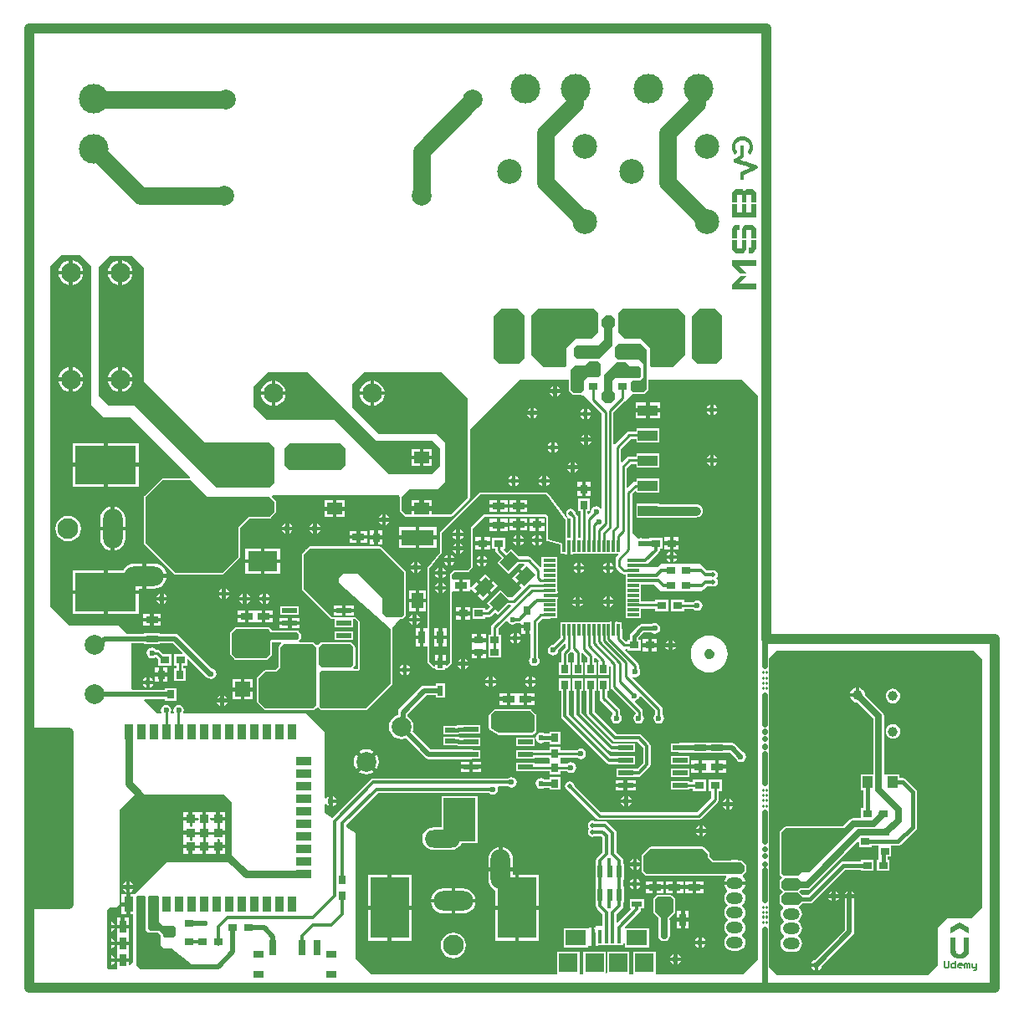
<source format=gtl>
G04*
G04 #@! TF.GenerationSoftware,Altium Limited,Altium Designer,20.0.13 (296)*
G04*
G04 Layer_Physical_Order=1*
G04 Layer_Color=255*
%FSLAX25Y25*%
%MOIN*%
G70*
G01*
G75*
%ADD13C,0.00984*%
%ADD19C,0.00591*%
%ADD20C,0.01000*%
%ADD22C,0.03937*%
%ADD23C,0.02362*%
%ADD60C,0.08268*%
%ADD72R,0.24410X0.15354*%
%ADD73R,0.17323X0.12992*%
%ADD74R,0.04331X0.04921*%
%ADD75R,0.03800X0.03100*%
%ADD76R,0.03543X0.03150*%
%ADD77R,0.04134X0.02165*%
%ADD78R,0.02756X0.05118*%
%ADD79R,0.03100X0.03800*%
%ADD80R,0.03543X0.03543*%
%ADD81R,0.03543X0.05906*%
%ADD82R,0.05906X0.03543*%
%ADD83R,0.02756X0.05906*%
%ADD84R,0.03937X0.03150*%
%ADD85R,0.04724X0.01181*%
%ADD86R,0.01181X0.04724*%
%ADD87R,0.05118X0.02756*%
%ADD88R,0.07874X0.04331*%
%ADD89R,0.01575X0.05315*%
%ADD90R,0.08268X0.06299*%
%ADD91R,0.07480X0.07480*%
%ADD92R,0.05906X0.01968*%
%ADD93R,0.02362X0.04724*%
%ADD94R,0.05118X0.13386*%
%ADD95R,0.15354X0.24410*%
%ADD96R,0.12992X0.17323*%
%ADD97R,0.03937X0.01968*%
%ADD98R,0.03150X0.03543*%
%ADD99R,0.05906X0.05984*%
%ADD100R,0.12205X0.08661*%
%ADD101R,0.11811X0.07874*%
%ADD102R,0.06299X0.06299*%
%ADD103R,0.02165X0.04134*%
%ADD104R,0.12992X0.06299*%
%ADD105R,0.04724X0.06299*%
G04:AMPARAMS|DCode=106|XSize=62.99mil|YSize=49.21mil|CornerRadius=0mil|HoleSize=0mil|Usage=FLASHONLY|Rotation=45.000|XOffset=0mil|YOffset=0mil|HoleType=Round|Shape=Rectangle|*
%AMROTATEDRECTD106*
4,1,4,-0.00487,-0.03967,-0.03967,-0.00487,0.00487,0.03967,0.03967,0.00487,-0.00487,-0.03967,0.0*
%
%ADD106ROTATEDRECTD106*%

%ADD107R,0.06102X0.04724*%
%ADD108C,0.01200*%
%ADD109C,0.03500*%
%ADD110C,0.01100*%
%ADD111C,0.07000*%
%ADD112C,0.02000*%
%ADD113C,0.02500*%
%ADD114C,0.01473*%
%ADD115C,0.01500*%
%ADD116C,0.03000*%
%ADD117C,0.02756*%
%ADD118C,0.07874*%
%ADD119O,0.07087X0.14173*%
%ADD120O,0.15748X0.07874*%
%ADD121O,0.07874X0.15748*%
%ADD122O,0.06693X0.04724*%
%ADD123C,0.03937*%
%ADD124C,0.01181*%
%ADD125C,0.09843*%
%ADD126C,0.11811*%
%ADD127O,0.14173X0.07087*%
%ADD128C,0.02362*%
%ADD129C,0.01968*%
%ADD130C,0.01772*%
G36*
X283191Y337355D02*
X283505Y337229D01*
X283792Y337131D01*
X284115Y336994D01*
X284343Y336883D01*
X284646Y336679D01*
X284835Y336502D01*
X285256Y336132D01*
X285523Y335770D01*
X285700Y335436D01*
X285905Y335082D01*
X286074Y334716D01*
X286170Y334314D01*
X286260Y333750D01*
X286320Y333324D01*
X286360Y332812D01*
X286281Y332458D01*
X286202Y332143D01*
X286123Y331788D01*
X286005Y331592D01*
X285887Y331276D01*
X285651Y330804D01*
X285533Y330647D01*
X285415Y330489D01*
X285336Y330332D01*
X285218Y330253D01*
X285178Y330213D01*
X284228Y331165D01*
X284218Y331405D01*
X284346Y331621D01*
X284545Y331917D01*
X284692Y332145D01*
X284802Y332376D01*
X284938Y332872D01*
X284956Y333606D01*
X284524Y334579D01*
X284021Y335106D01*
X283513Y335525D01*
X283155Y335683D01*
X282686Y335785D01*
X282468Y335825D01*
X282239Y335844D01*
X282146Y335852D01*
X282053Y335844D01*
X281824Y335825D01*
X281605Y335785D01*
X281137Y335683D01*
X280779Y335525D01*
X280271Y335106D01*
X279768Y334579D01*
X279335Y333606D01*
X279353Y332872D01*
X279489Y332376D01*
X279599Y332145D01*
X279746Y331917D01*
X279945Y331621D01*
X280073Y331405D01*
X280064Y331165D01*
X279113Y330213D01*
X279074Y330253D01*
X278955Y330332D01*
X278877Y330489D01*
X278759Y330647D01*
X278640Y330804D01*
X278404Y331276D01*
X278286Y331592D01*
X278168Y331788D01*
X278089Y332143D01*
X278011Y332458D01*
X277932Y332812D01*
X277971Y333324D01*
X278031Y333750D01*
X278121Y334314D01*
X278218Y334716D01*
X278387Y335082D01*
X278591Y335436D01*
X278768Y335770D01*
X279036Y336132D01*
X279457Y336502D01*
X279645Y336679D01*
X279948Y336883D01*
X280176Y336994D01*
X280499Y337131D01*
X280786Y337229D01*
X281101Y337355D01*
X282149Y337412D01*
X283191Y337355D01*
D02*
G37*
G36*
X282755Y329951D02*
X281350D01*
X281313Y329950D01*
X281310Y333610D01*
X282757D01*
X282755Y329951D01*
D02*
G37*
G36*
X282764Y329275D02*
X282540Y328928D01*
X282166Y328723D01*
X281961Y328592D01*
X281730Y328443D01*
X281505Y328293D01*
X281233Y328174D01*
X281102Y328024D01*
X281326Y327935D01*
X281905Y327778D01*
X282241Y327655D01*
X282674Y327561D01*
X283010Y327468D01*
X283559Y327244D01*
X284306Y327050D01*
X284951Y326826D01*
X285549Y326639D01*
X285885Y326535D01*
X286490Y326340D01*
X287210Y326098D01*
X287853Y325892D01*
X288162Y325571D01*
X288286Y325329D01*
X288282Y324909D01*
X288064Y324572D01*
X287825Y324351D01*
X287512Y324250D01*
X287287Y324144D01*
X287082Y324033D01*
X286689Y323836D01*
X286458Y323730D01*
X286246Y323637D01*
X285941Y323526D01*
X285734Y323420D01*
X285516Y323340D01*
X285296Y323239D01*
X285058Y323127D01*
X284664Y322930D01*
X284388Y322812D01*
X284113Y322654D01*
X283758Y322497D01*
X283562Y322379D01*
X283325Y322261D01*
X283129Y322182D01*
X282932Y322064D01*
X282774Y321906D01*
Y319977D01*
X281300Y319977D01*
X281318Y322773D01*
X281426Y322976D01*
X281639Y323200D01*
X281751Y323303D01*
X282176Y323514D01*
X282377Y323617D01*
X282806Y323829D01*
X284366Y324557D01*
X284564Y324660D01*
X285298Y324974D01*
X284664Y325190D01*
X284055Y325414D01*
X283413Y325620D01*
X282815Y325814D01*
X282061Y326030D01*
X281452Y326236D01*
X280829Y326452D01*
X280381Y326553D01*
X279783Y326770D01*
X279447Y326871D01*
X278917Y327087D01*
X278607Y327386D01*
X278610Y327394D01*
X278604Y327393D01*
X278601Y328087D01*
X278759Y328324D01*
X278995Y328481D01*
X279310Y328678D01*
X279585Y328875D01*
X279940Y329111D01*
X280255Y329269D01*
X280530Y329466D01*
X281313Y329950D01*
X282755Y329951D01*
X282764Y329275D01*
D02*
G37*
G36*
X287554Y314660D02*
X287554Y314447D01*
X287555Y314259D01*
X287558D01*
Y311062D01*
X287559Y311032D01*
X285691Y311031D01*
X285698Y314225D01*
X283794Y314226D01*
Y311050D01*
X283796Y311020D01*
X281927Y311019D01*
X281934Y314227D01*
X279943Y314228D01*
Y311074D01*
X279945Y311044D01*
X278077Y311042D01*
X278083Y314229D01*
X278082D01*
X278084Y314656D01*
X279255Y316455D01*
X282184Y316454D01*
X282814Y315084D01*
X283570Y316465D01*
X286416D01*
X287554Y314660D01*
D02*
G37*
G36*
X279971Y307174D02*
Y307084D01*
X281928D01*
Y310292D01*
X283707D01*
X283711Y307068D01*
X285680D01*
Y310304D01*
X287562D01*
Y306843D01*
Y305001D01*
X278085D01*
X278077Y306843D01*
X278078Y310319D01*
X279972D01*
X279971Y307174D01*
D02*
G37*
G36*
X286495Y302174D02*
X287544Y300381D01*
X287548Y300381D01*
X287548Y300375D01*
X287550Y300371D01*
X287562Y296871D01*
X285658D01*
X285670Y300097D01*
X283807Y300108D01*
X283809Y296779D01*
X281934Y296778D01*
X281933Y300120D01*
X281927Y300120D01*
X281928Y300391D01*
X282999Y302178D01*
X286495Y302174D01*
D02*
G37*
G36*
X281117Y302175D02*
Y300103D01*
X279967D01*
Y296773D01*
X278057D01*
X278057Y300304D01*
X278093Y300391D01*
D01*
X279125Y302176D01*
X281116D01*
X281117Y302175D01*
D02*
G37*
G36*
X287567Y292922D02*
X287569Y292664D01*
X286388Y290733D01*
X284530D01*
X284531Y290734D01*
Y292926D01*
X284539Y292925D01*
X285680Y292924D01*
X285683Y296155D01*
X287568D01*
X287567Y292922D01*
D02*
G37*
G36*
X279959Y292812D02*
X281928D01*
Y296139D01*
X283818D01*
X283837Y292556D01*
X282656Y290745D01*
X279231D01*
X278089Y292556D01*
Y296158D01*
X279959D01*
Y292812D01*
D02*
G37*
G36*
X287558Y285843D02*
X280874Y285854D01*
X280963Y285765D01*
X283699Y282812D01*
X283699Y282615D01*
X281227D01*
X278074Y286055D01*
X278069Y288029D01*
X287538D01*
X287558Y285843D01*
D02*
G37*
G36*
X283702Y281716D02*
X280786Y278678D01*
X287558Y278658D01*
Y276552D01*
X278069D01*
X278050Y278501D01*
X281219Y281887D01*
X283702D01*
Y281716D01*
D02*
G37*
G36*
X231496Y264567D02*
Y262205D01*
X230315Y261024D01*
X230315Y253937D01*
X225197Y248819D01*
X216142D01*
X214961Y250000D01*
Y252756D01*
X216142Y253937D01*
X224803Y253937D01*
X227165Y256299D01*
X227165Y261024D01*
X225984Y262205D01*
X225984Y263386D01*
Y264567D01*
X227559Y266142D01*
X229921Y266142D01*
X231496Y264567D01*
D02*
G37*
G36*
X274170Y266142D02*
X274170Y249213D01*
X271808Y246850D01*
X264328Y246850D01*
X261965Y249213D01*
Y265748D01*
X265115Y268898D01*
X271414Y268898D01*
X274170Y266142D01*
D02*
G37*
G36*
X195276D02*
X195276Y249213D01*
X192913Y246850D01*
X185433Y246850D01*
X183071Y249213D01*
Y265748D01*
X186221Y268898D01*
X192520Y268898D01*
X195276Y266142D01*
D02*
G37*
G36*
X259351Y266142D02*
Y250394D01*
X254599Y245276D01*
X245900D01*
X245276Y246025D01*
Y253150D01*
X241732Y256693D01*
X235335D01*
X232579Y259449D01*
Y266929D01*
X234548Y268898D01*
X256595D01*
X259351Y266142D01*
D02*
G37*
G36*
X224803Y266929D02*
Y259449D01*
X222047Y256693D01*
X215650D01*
X212107Y253150D01*
Y246025D01*
X211483Y245276D01*
X202784D01*
X198031Y250394D01*
Y266142D01*
X200787Y268898D01*
X222835D01*
X224803Y266929D01*
D02*
G37*
G36*
X237402Y245669D02*
X240945D01*
X241732Y244882D01*
X241732Y241732D01*
X240945Y240945D01*
X231496Y240945D01*
X230315Y239764D01*
X230315Y236220D01*
X231496Y235039D01*
X231496Y233858D01*
Y232677D01*
X229921Y231102D01*
X227559Y231102D01*
X225984Y232677D01*
Y235039D01*
X227165Y236221D01*
Y242520D01*
X231890Y247244D01*
X235827D01*
X237402Y245669D01*
D02*
G37*
G36*
X244094Y252362D02*
Y245669D01*
Y236614D01*
X242913Y235433D01*
X238583Y235433D01*
X237795Y236221D01*
X237795Y239370D01*
X238583Y240158D01*
X241339D01*
X242520Y241339D01*
X242520Y246850D01*
X240945Y248425D01*
X232677D01*
X231496Y249606D01*
Y253543D01*
X232677Y254724D01*
X241732D01*
X244094Y252362D01*
D02*
G37*
G36*
X225590Y246850D02*
Y242126D01*
X224803Y241339D01*
X220472Y241339D01*
X218898Y239764D01*
X218898Y236221D01*
X217717Y235039D01*
X214961D01*
X213779Y236221D01*
Y244488D01*
X215354Y246063D01*
X219291D01*
X220866Y247638D01*
X224803Y247638D01*
X225590Y246850D01*
D02*
G37*
G36*
X122047Y214961D02*
X124016Y212992D01*
X124016Y206299D01*
X122047Y204331D01*
X101575Y204331D01*
X99606Y206299D01*
X99606Y212992D01*
X101575Y214961D01*
X122047Y214961D01*
D02*
G37*
G36*
X109055Y243307D02*
X136221Y216142D01*
X158661Y216142D01*
X161811Y212992D01*
Y205906D01*
X158661Y202756D01*
X141339Y202756D01*
X119685Y224410D01*
X92520Y224410D01*
X87402Y229528D01*
Y237795D01*
X92913Y243307D01*
X109055Y243307D01*
D02*
G37*
G36*
X43701Y285039D02*
Y239764D01*
X68110Y215354D01*
X93701Y215354D01*
X95669Y213386D01*
Y199213D01*
X93701Y197244D01*
X72835Y197244D01*
X40157Y229921D01*
X29528D01*
X25591Y233858D01*
X25591Y285433D01*
X29921Y289764D01*
X38976Y289764D01*
X43701Y285039D01*
D02*
G37*
G36*
X162205Y243307D02*
X172835Y232677D01*
X172835Y193307D01*
X166142Y186614D01*
X158382D01*
Y187948D01*
X154331D01*
X150279D01*
Y186614D01*
X148031D01*
X146457Y188189D01*
Y193701D01*
X149606Y196850D01*
X161024D01*
X163779Y199606D01*
Y215354D01*
X160236Y218898D01*
X137402D01*
X126772Y229528D01*
X126772Y238819D01*
X131758Y243307D01*
X162205Y243307D01*
D02*
G37*
G36*
X204278Y194290D02*
X211710Y184490D01*
X211710Y175197D01*
X210556Y175197D01*
X204724Y176669D01*
Y185827D01*
X203937Y186614D01*
X179033Y186614D01*
X173914Y181495D01*
X173914Y165747D01*
X172733Y164566D01*
X167221D01*
X165647Y162991D01*
X165647Y127558D01*
X164356Y126267D01*
X163894Y126459D01*
Y126809D01*
X161811D01*
X159728D01*
Y126256D01*
X159266Y126064D01*
X157379Y127952D01*
X157379Y164943D01*
X162497Y171278D01*
Y179527D01*
X177683Y194712D01*
X203958Y194712D01*
X204278Y194290D01*
D02*
G37*
G36*
X68898Y193701D02*
X93701D01*
X95669Y191732D01*
X95669Y187795D01*
X93701Y185827D01*
X85433D01*
X81281Y181674D01*
Y169787D01*
X74880Y163386D01*
X56299Y163386D01*
X44488Y175197D01*
Y193701D01*
X51181Y200394D01*
X62205D01*
X68898Y193701D01*
D02*
G37*
G36*
X18292Y289922D02*
X22623Y285591D01*
X22623Y230473D01*
X27741Y225355D01*
X38371Y225355D01*
X62119Y201607D01*
X61911Y201107D01*
X51181D01*
X50908Y201053D01*
X50676Y200898D01*
X43984Y194205D01*
X43829Y193974D01*
X43775Y193701D01*
Y175197D01*
X43829Y174924D01*
X43984Y174692D01*
X55795Y162881D01*
X56026Y162726D01*
X56299Y162672D01*
X74880Y162672D01*
X75153Y162726D01*
X75384Y162881D01*
X81785Y169282D01*
X81940Y169514D01*
X81994Y169787D01*
Y181379D01*
X85729Y185113D01*
X93701D01*
X93974Y185167D01*
X94205Y185322D01*
X96174Y187291D01*
X96329Y187522D01*
X96383Y187795D01*
X96383Y191732D01*
X96329Y192005D01*
X96174Y192237D01*
X94658Y193753D01*
X94865Y194253D01*
X145382D01*
X145464Y194198D01*
X145753Y193753D01*
X145743Y193701D01*
Y188189D01*
X145797Y187916D01*
X145952Y187684D01*
X147527Y186109D01*
X147758Y185955D01*
X148031Y185900D01*
X150086D01*
X150580Y185886D01*
X150580Y185886D01*
X150580Y185886D01*
X158082D01*
X158082Y185886D01*
Y185886D01*
X158576Y185900D01*
X166142D01*
X166415Y185955D01*
X166646Y186109D01*
X173339Y192802D01*
X173494Y193034D01*
X173548Y193307D01*
X173548Y220375D01*
X193489Y240316D01*
X213066Y240316D01*
Y236221D01*
X213120Y235947D01*
X213275Y235716D01*
X214456Y234535D01*
X214456Y234535D01*
X214687Y234380D01*
X214961Y234326D01*
X217717D01*
X217950Y234314D01*
X218407Y234223D01*
X218838Y234045D01*
X219225Y233786D01*
X219398Y233629D01*
X221790Y231238D01*
X226081Y226947D01*
Y189248D01*
X225581Y189096D01*
X225447Y189296D01*
X224759Y189756D01*
X223947Y189917D01*
X223135Y189756D01*
X222446Y189296D01*
X221987Y188607D01*
X221825Y187795D01*
X221842Y187712D01*
X220889Y186760D01*
X220427Y186951D01*
Y187951D01*
X221250D01*
Y193151D01*
X216750D01*
Y187951D01*
X217573D01*
Y178067D01*
X217572Y178066D01*
X217572Y178066D01*
Y177266D01*
X216541D01*
Y185724D01*
X216429Y186290D01*
X216108Y186770D01*
X215659Y187220D01*
X215554Y187743D01*
X215138Y188366D01*
X214515Y188783D01*
X213779Y188929D01*
X213044Y188783D01*
X212421Y188366D01*
X212005Y187743D01*
X211858Y187008D01*
X212005Y186273D01*
X212421Y185649D01*
X213044Y185233D01*
X213568Y185129D01*
X213584Y185112D01*
Y177566D01*
X212424D01*
X212424Y184490D01*
X212406Y184580D01*
X212401Y184671D01*
X212379Y184715D01*
X212369Y184764D01*
X212319Y184839D01*
X212279Y184922D01*
X204847Y194721D01*
X204527Y195144D01*
X204490Y195176D01*
X204463Y195217D01*
X204387Y195268D01*
X204319Y195328D01*
X204272Y195344D01*
X204231Y195372D01*
X204142Y195390D01*
X204056Y195420D01*
X204006Y195417D01*
X203958Y195426D01*
X177683Y195426D01*
X177410Y195372D01*
X177178Y195217D01*
X161992Y180031D01*
X161837Y179800D01*
X161783Y179527D01*
Y171530D01*
X156824Y165392D01*
X156776Y165301D01*
X156719Y165216D01*
X156712Y165179D01*
X156694Y165145D01*
X156685Y165043D01*
X156665Y164943D01*
X156665Y141346D01*
X155081D01*
Y137786D01*
Y134228D01*
X156665D01*
Y127952D01*
X156719Y127679D01*
X156874Y127447D01*
X158762Y125559D01*
X158993Y125405D01*
X159266Y125350D01*
X159528Y125402D01*
X159540Y125405D01*
X160028Y125066D01*
Y124792D01*
X163594D01*
Y125269D01*
X164082Y125608D01*
X164094Y125606D01*
X164356Y125554D01*
X164629Y125608D01*
X164860Y125763D01*
X166151Y127053D01*
X166306Y127285D01*
X166360Y127558D01*
X166360Y155653D01*
X166520Y156087D01*
X166860Y156087D01*
X169329D01*
Y158465D01*
Y160843D01*
X166860D01*
X166360Y161276D01*
Y162696D01*
X167517Y163852D01*
X172733D01*
X172807Y163867D01*
X173338D01*
Y164161D01*
X174419Y165242D01*
X174574Y165474D01*
X174628Y165747D01*
X174628Y181199D01*
X179329Y185900D01*
X203641Y185900D01*
X204011Y185531D01*
Y176669D01*
X204021Y176617D01*
X204018Y176565D01*
X204048Y176482D01*
X204065Y176395D01*
X204094Y176352D01*
X204112Y176303D01*
X204171Y176237D01*
X204220Y176164D01*
X204263Y176135D01*
X204298Y176096D01*
X204378Y176058D01*
X204451Y176009D01*
X204503Y175999D01*
X204550Y175977D01*
X209835Y174643D01*
Y171142D01*
X211504D01*
Y170842D01*
X212344D01*
Y171142D01*
X212417D01*
Y174204D01*
X213584D01*
X213697Y173638D01*
X213772Y173525D01*
Y171142D01*
X213844D01*
Y170842D01*
X214685D01*
Y171142D01*
X232571D01*
X232762Y170680D01*
X232026Y169943D01*
X231705Y169463D01*
X231592Y168898D01*
Y166142D01*
X231705Y165576D01*
X232026Y165096D01*
X233806Y163316D01*
X234285Y162996D01*
X234851Y162883D01*
X235623D01*
Y161102D01*
Y157165D01*
Y153228D01*
Y149291D01*
Y145354D01*
X241747D01*
Y149154D01*
X242769D01*
X242769Y149154D01*
X242769Y149154D01*
X247400D01*
Y148144D01*
X252600D01*
Y152644D01*
X247400D01*
Y152009D01*
X242769D01*
X242769Y152009D01*
X242769Y152009D01*
X241747D01*
Y155197D01*
Y158844D01*
X246668D01*
X249606Y155905D01*
X265568Y155905D01*
X266535Y156872D01*
Y156873D01*
X267069Y157229D01*
X268014Y158174D01*
X269578D01*
X269737Y158068D01*
X270472Y157921D01*
X271208Y158068D01*
X271831Y158484D01*
X272247Y159107D01*
X272394Y159843D01*
X272247Y160578D01*
X271831Y161201D01*
Y161240D01*
X272247Y161863D01*
X272394Y162598D01*
X272247Y163334D01*
X271831Y163957D01*
X271208Y164373D01*
X270472Y164520D01*
X269737Y164373D01*
X269578Y164267D01*
X268014D01*
X266692Y165588D01*
X266535Y165693D01*
X265300Y166929D01*
X249833Y166929D01*
X248819Y165748D01*
X242047D01*
Y166769D01*
X243495D01*
X244080Y166885D01*
X244577Y167217D01*
X248828Y171468D01*
X249160Y171965D01*
X249276Y172550D01*
Y172947D01*
X250237D01*
Y177447D01*
X245037D01*
Y177134D01*
X242579D01*
X242544Y177157D01*
X241732Y177319D01*
X240920Y177157D01*
X240881Y177131D01*
X240618D01*
X238366Y179382D01*
X238318Y179420D01*
Y194888D01*
X239389Y195960D01*
X239851Y195768D01*
Y195324D01*
X249125D01*
Y201054D01*
X239851D01*
Y199685D01*
X239546D01*
X238980Y199573D01*
X238500Y199252D01*
X236586Y197338D01*
X236124Y197530D01*
Y205218D01*
X237695Y206789D01*
X239851D01*
Y205324D01*
X249125D01*
Y211054D01*
X239851D01*
Y209746D01*
X237083D01*
X236517Y209634D01*
X236037Y209313D01*
X234224Y207500D01*
X233762Y207691D01*
Y212856D01*
X237695Y216789D01*
X239851D01*
Y215324D01*
X249125D01*
Y221054D01*
X239851D01*
Y219746D01*
X237083D01*
X236517Y219634D01*
X236037Y219313D01*
X231337Y214613D01*
X230947Y214723D01*
X230837Y214802D01*
Y227411D01*
X235254Y231827D01*
X238583Y234719D01*
X242913Y234719D01*
X243186Y234774D01*
X243418Y234928D01*
X244599Y236109D01*
X244754Y236341D01*
X244808Y236614D01*
Y240316D01*
X282072Y240316D01*
X288386Y234002D01*
X288386Y9291D01*
X282402Y3308D01*
X247957Y3308D01*
X247550Y3532D01*
X247550Y3808D01*
Y12413D01*
X238670D01*
Y3808D01*
X238263Y3308D01*
X237524D01*
X237117Y3532D01*
X237117Y3808D01*
Y12413D01*
X228237D01*
Y4219D01*
X228049Y3986D01*
X227737Y3859D01*
X227668Y3901D01*
Y12413D01*
X218788D01*
Y3808D01*
X218381Y3308D01*
X217642D01*
X217235Y3532D01*
X217235Y3808D01*
Y12413D01*
X208355D01*
Y3808D01*
X207948Y3308D01*
X134434Y3308D01*
X128135Y9607D01*
Y28180D01*
X128135Y59856D01*
X124364Y62204D01*
Y63146D01*
X136854Y75636D01*
X181220D01*
X181865Y75205D01*
X182677Y75043D01*
X183489Y75205D01*
X184178Y75665D01*
X184637Y76353D01*
X184799Y77165D01*
X184654Y77892D01*
X184916Y78392D01*
X188700D01*
X189346Y77961D01*
X190157Y77799D01*
X190970Y77961D01*
X191658Y78421D01*
X192118Y79109D01*
X192279Y79921D01*
X192118Y80733D01*
X191658Y81422D01*
X190970Y81882D01*
X190157Y82043D01*
X189346Y81882D01*
X188700Y81451D01*
X135039D01*
X134454Y81334D01*
X133958Y81003D01*
X118691Y65736D01*
X115733Y67577D01*
Y71191D01*
X116233Y71343D01*
X116575Y70831D01*
X117297Y70349D01*
X117398Y70329D01*
Y72404D01*
Y74478D01*
X117297Y74458D01*
X116575Y73976D01*
X116233Y73464D01*
X115733Y73616D01*
X115733Y99961D01*
X108450Y107245D01*
X59606D01*
X59371Y107686D01*
X59480Y107849D01*
X59642Y108661D01*
X59480Y109473D01*
X59020Y110162D01*
X58332Y110622D01*
X57520Y110783D01*
X56708Y110622D01*
X56019Y110162D01*
X55559Y109473D01*
X55398Y108661D01*
X55559Y107849D01*
X55669Y107686D01*
X55433Y107245D01*
X54606D01*
X54371Y107686D01*
X54480Y107849D01*
X54642Y108661D01*
X54480Y109473D01*
X54020Y110162D01*
X53332Y110622D01*
X52520Y110783D01*
X51708Y110622D01*
X51019Y110162D01*
X50559Y109473D01*
X50398Y108661D01*
X50559Y107849D01*
X50669Y107686D01*
X50433Y107245D01*
X49001D01*
X43684Y112562D01*
X43876Y113023D01*
X52056D01*
Y112489D01*
X56605D01*
Y117432D01*
X52056D01*
Y116898D01*
X39348D01*
X38765Y117481D01*
Y135267D01*
X43591D01*
Y135127D01*
X50109D01*
Y135267D01*
X55300D01*
X59115Y131452D01*
X58924Y130990D01*
X55668D01*
Y126490D01*
X56643D01*
Y125306D01*
X55796D01*
Y120363D01*
X60346D01*
Y125306D01*
X59498D01*
Y126490D01*
X60868D01*
Y129046D01*
X61330Y129237D01*
X68709Y121859D01*
X69337Y121439D01*
X69434Y121419D01*
X69660Y121268D01*
X70472Y121107D01*
X71284Y121268D01*
X71973Y121728D01*
X72433Y122416D01*
X72594Y123228D01*
X72433Y124040D01*
X71973Y124729D01*
X71284Y125189D01*
X70752Y125295D01*
X57472Y138575D01*
X56844Y138995D01*
X56102Y139142D01*
X50109D01*
Y139283D01*
X43591D01*
Y139142D01*
X36789D01*
X33647Y142284D01*
X13961Y142284D01*
X6481Y149765D01*
X6481Y285591D01*
X10812Y289922D01*
X18292Y289922D01*
D02*
G37*
G36*
X78740Y72047D02*
Y48819D01*
X77953Y48031D01*
X52756Y48031D01*
X39968Y35243D01*
X38270D01*
Y31291D01*
Y27338D01*
X39370D01*
X39370Y8268D01*
X38076Y6974D01*
X37614Y7165D01*
Y8296D01*
X35236D01*
X32858D01*
Y5487D01*
X32430Y5315D01*
X29724Y5315D01*
X28940Y6100D01*
X28967Y6619D01*
X29171Y6770D01*
Y9055D01*
Y11405D01*
X28949Y11584D01*
X28967Y13207D01*
X29171Y13371D01*
Y15748D01*
Y18182D01*
X29025Y18303D01*
X29043Y19882D01*
X29171Y19986D01*
Y22441D01*
Y24837D01*
X29099Y24897D01*
X29147Y29141D01*
X29925Y29921D01*
X32677Y29921D01*
X33858Y31102D01*
X33858Y68863D01*
X40134Y75197D01*
X75590D01*
X78740Y72047D01*
D02*
G37*
G36*
X372414Y21951D02*
Y19701D01*
X372216Y19825D01*
X368729Y21852D01*
X368705D01*
X365020Y19726D01*
Y21951D01*
X365044D01*
X368705Y24053D01*
X372414Y21951D01*
D02*
G37*
G36*
X49606Y34252D02*
Y24409D01*
X51181Y22835D01*
X55512D01*
X56299Y22047D01*
X56299Y18898D01*
X55512Y18110D01*
X52362Y18110D01*
X51968D01*
X51363Y18715D01*
Y19503D01*
X50000Y20866D01*
X49213Y20866D01*
X46063Y20866D01*
X45276Y21654D01*
Y34252D01*
X45669Y34646D01*
X49213D01*
X49606Y34252D01*
D02*
G37*
G36*
X367010Y17995D02*
X367010Y12925D01*
X367233Y12344D01*
X367419Y12096D01*
X367616Y11899D01*
X367802Y11775D01*
X368061Y11651D01*
X368296Y11565D01*
X368618Y11490D01*
X368917D01*
X369496Y11713D01*
X369892Y11973D01*
X370102Y12245D01*
X370265Y12483D01*
X370423Y13021D01*
Y18007D01*
X372402D01*
X372402Y12466D01*
X372241Y11800D01*
X372068Y11466D01*
X371907Y11194D01*
X371709Y10922D01*
X371511Y10724D01*
X371252Y10514D01*
X370992Y10328D01*
X370671Y10130D01*
X370324Y9994D01*
X369929Y9858D01*
X369187Y9735D01*
X369059Y9705D01*
X368799Y9672D01*
X368538Y9666D01*
X368277Y9686D01*
X368148Y9710D01*
Y9710D01*
X367678Y9797D01*
X367196Y9957D01*
X366825Y10106D01*
X366466Y10291D01*
X366194Y10501D01*
X365910Y10749D01*
X365663Y10996D01*
X365415Y11342D01*
X365292Y11627D01*
X365156Y11936D01*
X365057Y12319D01*
X365032Y12529D01*
Y17450D01*
X365031Y18030D01*
X366998Y18032D01*
X367010Y17995D01*
D02*
G37*
G36*
X44488Y34252D02*
Y20866D01*
X45276Y20079D01*
X49213Y20079D01*
X50394Y18898D01*
X50394Y14961D01*
X51575Y13780D01*
X54724D01*
X62532Y7318D01*
X57487Y5512D01*
X42126D01*
X40551Y7087D01*
X40551Y34252D01*
X40945Y34646D01*
X44094D01*
X44488Y34252D01*
D02*
G37*
G36*
X377559Y129134D02*
X377559Y30197D01*
X373189Y25827D01*
X364055Y25827D01*
X360177Y21949D01*
X360177Y7028D01*
X356299Y3150D01*
X295669Y3150D01*
X292520Y6299D01*
X292520Y129134D01*
X295669Y132283D01*
X374410D01*
X377559Y129134D01*
D02*
G37*
%LPC*%
G36*
X96026Y239920D02*
Y235789D01*
X100156D01*
X100085Y236328D01*
X99588Y237529D01*
X98797Y238561D01*
X97765Y239352D01*
X96564Y239849D01*
X96026Y239920D01*
D02*
G37*
G36*
X94526D02*
X93987Y239849D01*
X92786Y239352D01*
X91755Y238561D01*
X90963Y237529D01*
X90466Y236328D01*
X90395Y235789D01*
X94526D01*
Y239920D01*
D02*
G37*
G36*
X100156Y234289D02*
X96026D01*
Y230158D01*
X96564Y230229D01*
X97765Y230727D01*
X98797Y231518D01*
X99588Y232550D01*
X100085Y233751D01*
X100156Y234289D01*
D02*
G37*
G36*
X94526D02*
X90395D01*
X90466Y233751D01*
X90963Y232550D01*
X91755Y231518D01*
X92786Y230727D01*
X93987Y230229D01*
X94526Y230158D01*
Y234289D01*
D02*
G37*
G36*
X158382Y212822D02*
X155081D01*
Y210210D01*
X158382D01*
Y212822D01*
D02*
G37*
G36*
X153581D02*
X150279D01*
Y210210D01*
X153581D01*
Y212822D01*
D02*
G37*
G36*
X158382Y208710D02*
X155081D01*
Y206098D01*
X158382D01*
Y208710D01*
D02*
G37*
G36*
X153581D02*
X150279D01*
Y206098D01*
X153581D01*
Y208710D01*
D02*
G37*
G36*
X35002Y287943D02*
Y283812D01*
X39133D01*
X39062Y284351D01*
X38564Y285552D01*
X37773Y286583D01*
X36742Y287375D01*
X35541Y287872D01*
X35002Y287943D01*
D02*
G37*
G36*
X33502D02*
X32963Y287872D01*
X31762Y287375D01*
X30731Y286583D01*
X29939Y285552D01*
X29442Y284351D01*
X29371Y283812D01*
X33502D01*
Y287943D01*
D02*
G37*
G36*
X39133Y282312D02*
X35002D01*
Y278181D01*
X35541Y278252D01*
X36742Y278750D01*
X37773Y279541D01*
X38564Y280572D01*
X39062Y281773D01*
X39133Y282312D01*
D02*
G37*
G36*
X33502D02*
X29371D01*
X29442Y281773D01*
X29939Y280572D01*
X30731Y279541D01*
X31762Y278750D01*
X32963Y278252D01*
X33502Y278181D01*
Y282312D01*
D02*
G37*
G36*
X35002Y245423D02*
Y241293D01*
X39133D01*
X39062Y241831D01*
X38564Y243032D01*
X37773Y244064D01*
X36742Y244855D01*
X35541Y245352D01*
X35002Y245423D01*
D02*
G37*
G36*
X33502D02*
X32963Y245352D01*
X31762Y244855D01*
X30731Y244064D01*
X29939Y243032D01*
X29442Y241831D01*
X29371Y241293D01*
X33502D01*
Y245423D01*
D02*
G37*
G36*
X39133Y239792D02*
X35002D01*
Y235662D01*
X35541Y235733D01*
X36742Y236230D01*
X37773Y237021D01*
X38564Y238053D01*
X39062Y239254D01*
X39133Y239792D01*
D02*
G37*
G36*
X33502D02*
X29371D01*
X29442Y239254D01*
X29939Y238053D01*
X30731Y237021D01*
X31762Y236230D01*
X32963Y235733D01*
X33502Y235662D01*
Y239792D01*
D02*
G37*
G36*
X135396Y239920D02*
Y235789D01*
X139526D01*
X139456Y236328D01*
X138958Y237529D01*
X138167Y238561D01*
X137136Y239352D01*
X135934Y239849D01*
X135396Y239920D01*
D02*
G37*
G36*
X133896D02*
X133357Y239849D01*
X132156Y239352D01*
X131124Y238561D01*
X130333Y237529D01*
X129836Y236328D01*
X129765Y235789D01*
X133896D01*
Y239920D01*
D02*
G37*
G36*
X139526Y234289D02*
X135396D01*
Y230158D01*
X135934Y230229D01*
X137136Y230727D01*
X138167Y231518D01*
X138958Y232550D01*
X139456Y233751D01*
X139526Y234289D01*
D02*
G37*
G36*
X133896D02*
X129765D01*
X129836Y233751D01*
X130333Y232550D01*
X131124Y231518D01*
X132156Y230727D01*
X133357Y230229D01*
X133896Y230158D01*
Y234289D01*
D02*
G37*
G36*
X158382Y192310D02*
X155331D01*
Y189948D01*
X158382D01*
Y192310D01*
D02*
G37*
G36*
X153331D02*
X150279D01*
Y189948D01*
X153331D01*
Y192310D01*
D02*
G37*
G36*
X196472Y192527D02*
X193663D01*
Y190899D01*
X196472D01*
Y192527D01*
D02*
G37*
G36*
X192163D02*
X189354D01*
Y190899D01*
X192163D01*
Y192527D01*
D02*
G37*
G36*
X188551Y192424D02*
X185742D01*
Y190796D01*
X188551D01*
Y192424D01*
D02*
G37*
G36*
X184242D02*
X181433D01*
Y190796D01*
X184242D01*
Y192424D01*
D02*
G37*
G36*
X196472Y189399D02*
X193663D01*
Y187771D01*
X196472D01*
Y189399D01*
D02*
G37*
G36*
X192163D02*
X189354D01*
Y187771D01*
X192163D01*
Y189399D01*
D02*
G37*
G36*
X188551Y189296D02*
X185742D01*
Y187668D01*
X188551D01*
Y189296D01*
D02*
G37*
G36*
X184242D02*
X181433D01*
Y187668D01*
X184242D01*
Y189296D01*
D02*
G37*
G36*
X169648Y180815D02*
Y179490D01*
X170972D01*
X170952Y179591D01*
X170470Y180313D01*
X169749Y180795D01*
X169648Y180815D01*
D02*
G37*
G36*
X168148D02*
X168047Y180795D01*
X167325Y180313D01*
X166843Y179591D01*
X166823Y179490D01*
X168148D01*
Y180815D01*
D02*
G37*
G36*
X170972Y177990D02*
X169648D01*
Y176665D01*
X169749Y176686D01*
X170470Y177168D01*
X170952Y177889D01*
X170972Y177990D01*
D02*
G37*
G36*
X168148D02*
X166823D01*
X166843Y177889D01*
X167325Y177168D01*
X168047Y176686D01*
X168148Y176665D01*
Y177990D01*
D02*
G37*
G36*
X169648Y175303D02*
Y173978D01*
X170972D01*
X170952Y174079D01*
X170470Y174801D01*
X169749Y175283D01*
X169648Y175303D01*
D02*
G37*
G36*
X168148D02*
X168047Y175283D01*
X167325Y174801D01*
X166843Y174079D01*
X166823Y173978D01*
X168148D01*
Y175303D01*
D02*
G37*
G36*
X170972Y172478D02*
X169648D01*
Y171154D01*
X169749Y171174D01*
X170470Y171656D01*
X170952Y172377D01*
X170972Y172478D01*
D02*
G37*
G36*
X168148D02*
X166823D01*
X166843Y172377D01*
X167325Y171656D01*
X168047Y171174D01*
X168148Y171154D01*
Y172478D01*
D02*
G37*
G36*
X166104Y170579D02*
Y169254D01*
X167429D01*
X167409Y169355D01*
X166927Y170076D01*
X166205Y170559D01*
X166104Y170579D01*
D02*
G37*
G36*
X164604D02*
X164503Y170559D01*
X163782Y170076D01*
X163300Y169355D01*
X163280Y169254D01*
X164604D01*
Y170579D01*
D02*
G37*
G36*
X167429Y167754D02*
X166104D01*
Y166429D01*
X166205Y166449D01*
X166927Y166931D01*
X167409Y167653D01*
X167429Y167754D01*
D02*
G37*
G36*
X164604D02*
X163280D01*
X163300Y167653D01*
X163782Y166931D01*
X164503Y166449D01*
X164604Y166429D01*
Y167754D01*
D02*
G37*
G36*
X162561Y165461D02*
Y164136D01*
X163886D01*
X163866Y164237D01*
X163383Y164958D01*
X162662Y165440D01*
X162561Y165461D01*
D02*
G37*
G36*
X161061D02*
X160960Y165440D01*
X160239Y164958D01*
X159757Y164237D01*
X159736Y164136D01*
X161061D01*
Y165461D01*
D02*
G37*
G36*
X163886Y162636D02*
X162561D01*
Y161311D01*
X162662Y161331D01*
X163383Y161813D01*
X163866Y162535D01*
X163886Y162636D01*
D02*
G37*
G36*
X161061D02*
X159736D01*
X159757Y162535D01*
X160239Y161813D01*
X160960Y161331D01*
X161061Y161311D01*
Y162636D01*
D02*
G37*
G36*
X162561Y159555D02*
Y158230D01*
X163886D01*
X163866Y158331D01*
X163383Y159053D01*
X162662Y159535D01*
X162561Y159555D01*
D02*
G37*
G36*
X161061D02*
X160960Y159535D01*
X160239Y159053D01*
X159757Y158331D01*
X159736Y158230D01*
X161061D01*
Y159555D01*
D02*
G37*
G36*
X163886Y156730D02*
X162561D01*
Y155406D01*
X162662Y155426D01*
X163383Y155908D01*
X163866Y156629D01*
X163886Y156730D01*
D02*
G37*
G36*
X161061D02*
X159736D01*
X159757Y156629D01*
X160239Y155908D01*
X160960Y155426D01*
X161061Y155406D01*
Y156730D01*
D02*
G37*
G36*
X164189Y141346D02*
X162561D01*
Y138537D01*
X164189D01*
Y141346D01*
D02*
G37*
G36*
X161061D02*
X159433D01*
Y138537D01*
X161061D01*
Y141346D01*
D02*
G37*
G36*
X164189Y137037D02*
X162561D01*
Y134228D01*
X164189D01*
Y137037D01*
D02*
G37*
G36*
X161061D02*
X159433D01*
Y134228D01*
X161061D01*
Y137037D01*
D02*
G37*
G36*
X163894Y130626D02*
X162561D01*
Y128309D01*
X163894D01*
Y130626D01*
D02*
G37*
G36*
X161061D02*
X159728D01*
Y128309D01*
X161061D01*
Y130626D01*
D02*
G37*
G36*
X15317Y287943D02*
Y283812D01*
X19448D01*
X19377Y284351D01*
X18879Y285552D01*
X18088Y286583D01*
X17057Y287375D01*
X15856Y287872D01*
X15317Y287943D01*
D02*
G37*
G36*
X13817D02*
X13278Y287872D01*
X12077Y287375D01*
X11046Y286583D01*
X10255Y285552D01*
X9757Y284351D01*
X9686Y283812D01*
X13817D01*
Y287943D01*
D02*
G37*
G36*
X19448Y282312D02*
X15317D01*
Y278181D01*
X15856Y278252D01*
X17057Y278750D01*
X18088Y279541D01*
X18879Y280572D01*
X19377Y281773D01*
X19448Y282312D01*
D02*
G37*
G36*
X13817D02*
X9686D01*
X9757Y281773D01*
X10255Y280572D01*
X11046Y279541D01*
X12077Y278750D01*
X13278Y278252D01*
X13817Y278181D01*
Y282312D01*
D02*
G37*
G36*
X15317Y245423D02*
Y241293D01*
X19448D01*
X19377Y241831D01*
X18879Y243032D01*
X18088Y244064D01*
X17057Y244855D01*
X15856Y245352D01*
X15317Y245423D01*
D02*
G37*
G36*
X13817D02*
X13278Y245352D01*
X12077Y244855D01*
X11046Y244064D01*
X10255Y243032D01*
X9757Y241831D01*
X9686Y241293D01*
X13817D01*
Y245423D01*
D02*
G37*
G36*
X208230Y237901D02*
Y236577D01*
X209555D01*
X209535Y236678D01*
X209053Y237399D01*
X208331Y237881D01*
X208230Y237901D01*
D02*
G37*
G36*
X206730D02*
X206629Y237881D01*
X205908Y237399D01*
X205426Y236678D01*
X205406Y236577D01*
X206730D01*
Y237901D01*
D02*
G37*
G36*
X19448Y239792D02*
X15317D01*
Y235662D01*
X15856Y235733D01*
X17057Y236230D01*
X18088Y237021D01*
X18879Y238053D01*
X19377Y239254D01*
X19448Y239792D01*
D02*
G37*
G36*
X13817D02*
X9686D01*
X9757Y239254D01*
X10255Y238053D01*
X11046Y237021D01*
X12077Y236230D01*
X13278Y235733D01*
X13817Y235662D01*
Y239792D01*
D02*
G37*
G36*
X209555Y235077D02*
X208230D01*
Y233752D01*
X208331Y233772D01*
X209053Y234254D01*
X209535Y234976D01*
X209555Y235077D01*
D02*
G37*
G36*
X206730D02*
X205406D01*
X205426Y234976D01*
X205908Y234254D01*
X206629Y233772D01*
X206730Y233752D01*
Y235077D01*
D02*
G37*
G36*
X270829Y230421D02*
Y229097D01*
X272153D01*
X272133Y229198D01*
X271651Y229919D01*
X270930Y230401D01*
X270829Y230421D01*
D02*
G37*
G36*
X269329D02*
X269228Y230401D01*
X268506Y229919D01*
X268024Y229198D01*
X268004Y229097D01*
X269329D01*
Y230421D01*
D02*
G37*
G36*
X249425Y231354D02*
X245238D01*
Y228939D01*
X249425D01*
Y231354D01*
D02*
G37*
G36*
X243738D02*
X239551D01*
Y228939D01*
X243738D01*
Y231354D01*
D02*
G37*
G36*
X199175Y229240D02*
Y227915D01*
X200500D01*
X200480Y228016D01*
X199998Y228738D01*
X199276Y229220D01*
X199175Y229240D01*
D02*
G37*
G36*
X197675D02*
X197574Y229220D01*
X196853Y228738D01*
X196371Y228016D01*
X196351Y227915D01*
X197675D01*
Y229240D01*
D02*
G37*
G36*
X220435Y228846D02*
Y227522D01*
X221760D01*
X221740Y227623D01*
X221257Y228344D01*
X220536Y228826D01*
X220435Y228846D01*
D02*
G37*
G36*
X218935D02*
X218834Y228826D01*
X218113Y228344D01*
X217631Y227623D01*
X217610Y227522D01*
X218935D01*
Y228846D01*
D02*
G37*
G36*
X272153Y227596D02*
X270829D01*
Y226272D01*
X270930Y226292D01*
X271651Y226774D01*
X272133Y227495D01*
X272153Y227596D01*
D02*
G37*
G36*
X269329D02*
X268004D01*
X268024Y227495D01*
X268506Y226774D01*
X269228Y226292D01*
X269329Y226272D01*
Y227596D01*
D02*
G37*
G36*
X200500Y226415D02*
X199175D01*
Y225091D01*
X199276Y225111D01*
X199998Y225593D01*
X200480Y226314D01*
X200500Y226415D01*
D02*
G37*
G36*
X197675D02*
X196351D01*
X196371Y226314D01*
X196853Y225593D01*
X197574Y225111D01*
X197675Y225091D01*
Y226415D01*
D02*
G37*
G36*
X249425Y227439D02*
X245238D01*
Y225024D01*
X249425D01*
Y227439D01*
D02*
G37*
G36*
X243738D02*
X239551D01*
Y225024D01*
X243738D01*
Y227439D01*
D02*
G37*
G36*
X221760Y226022D02*
X220435D01*
Y224697D01*
X220536Y224717D01*
X221257Y225199D01*
X221740Y225921D01*
X221760Y226022D01*
D02*
G37*
G36*
X218935D02*
X217610D01*
X217631Y225921D01*
X218113Y225199D01*
X218834Y224717D01*
X218935Y224697D01*
Y226022D01*
D02*
G37*
G36*
X220647Y218610D02*
Y217285D01*
X221972D01*
X221952Y217387D01*
X221470Y218108D01*
X220748Y218590D01*
X220647Y218610D01*
D02*
G37*
G36*
X219147D02*
X219046Y218590D01*
X218325Y218108D01*
X217843Y217387D01*
X217823Y217285D01*
X219147D01*
Y218610D01*
D02*
G37*
G36*
X221972Y215785D02*
X220647D01*
Y214461D01*
X220748Y214481D01*
X221470Y214963D01*
X221952Y215684D01*
X221972Y215785D01*
D02*
G37*
G36*
X219147D02*
X217823D01*
X217843Y215684D01*
X218325Y214963D01*
X219046Y214481D01*
X219147Y214461D01*
Y215785D01*
D02*
G37*
G36*
X207443Y215460D02*
Y214136D01*
X208768D01*
X208748Y214237D01*
X208265Y214958D01*
X207544Y215440D01*
X207443Y215460D01*
D02*
G37*
G36*
X205943D02*
X205842Y215440D01*
X205120Y214958D01*
X204638Y214237D01*
X204618Y214136D01*
X205943D01*
Y215460D01*
D02*
G37*
G36*
X208768Y212636D02*
X207443D01*
Y211311D01*
X207544Y211331D01*
X208265Y211813D01*
X208748Y212535D01*
X208768Y212636D01*
D02*
G37*
G36*
X205943D02*
X204618D01*
X204638Y212535D01*
X205120Y211813D01*
X205842Y211331D01*
X205943Y211311D01*
Y212636D01*
D02*
G37*
G36*
X270829Y210342D02*
Y209018D01*
X272153D01*
X272133Y209119D01*
X271651Y209840D01*
X270930Y210322D01*
X270829Y210342D01*
D02*
G37*
G36*
X269329D02*
X269228Y210322D01*
X268506Y209840D01*
X268024Y209119D01*
X268004Y209018D01*
X269329D01*
Y210342D01*
D02*
G37*
G36*
X41650Y215173D02*
X29195D01*
Y207246D01*
X41650D01*
Y215173D01*
D02*
G37*
G36*
X27695D02*
X15240D01*
Y207246D01*
X27695D01*
Y215173D01*
D02*
G37*
G36*
X215317Y207587D02*
Y206262D01*
X216642D01*
X216621Y206363D01*
X216139Y207084D01*
X215418Y207566D01*
X215317Y207587D01*
D02*
G37*
G36*
X213817D02*
X213716Y207566D01*
X212994Y207084D01*
X212512Y206363D01*
X212492Y206262D01*
X213817D01*
Y207587D01*
D02*
G37*
G36*
X272153Y207518D02*
X270829D01*
Y206193D01*
X270930Y206213D01*
X271651Y206695D01*
X272133Y207417D01*
X272153Y207518D01*
D02*
G37*
G36*
X269329D02*
X268004D01*
X268024Y207417D01*
X268506Y206695D01*
X269228Y206213D01*
X269329Y206193D01*
Y207518D01*
D02*
G37*
G36*
X216642Y204762D02*
X215317D01*
Y203437D01*
X215418Y203457D01*
X216139Y203939D01*
X216621Y204661D01*
X216642Y204762D01*
D02*
G37*
G36*
X213817D02*
X212492D01*
X212512Y204661D01*
X212994Y203939D01*
X213716Y203457D01*
X213817Y203437D01*
Y204762D01*
D02*
G37*
G36*
X203900Y202075D02*
Y200750D01*
X205224D01*
X205204Y200851D01*
X204722Y201572D01*
X204001Y202055D01*
X203900Y202075D01*
D02*
G37*
G36*
X202400D02*
X202299Y202055D01*
X201577Y201572D01*
X201095Y200851D01*
X201075Y200750D01*
X202400D01*
Y202075D01*
D02*
G37*
G36*
X191695D02*
Y200750D01*
X193019D01*
X192999Y200851D01*
X192517Y201572D01*
X191796Y202055D01*
X191695Y202075D01*
D02*
G37*
G36*
X190195D02*
X190094Y202055D01*
X189372Y201572D01*
X188890Y200851D01*
X188870Y200750D01*
X190195D01*
Y202075D01*
D02*
G37*
G36*
X205224Y199250D02*
X203900D01*
Y197925D01*
X204001Y197945D01*
X204722Y198427D01*
X205204Y199149D01*
X205224Y199250D01*
D02*
G37*
G36*
X202400D02*
X201075D01*
X201095Y199149D01*
X201577Y198427D01*
X202299Y197945D01*
X202400Y197925D01*
Y199250D01*
D02*
G37*
G36*
X193019D02*
X191695D01*
Y197925D01*
X191796Y197945D01*
X192517Y198427D01*
X192999Y199149D01*
X193019Y199250D01*
D02*
G37*
G36*
X190195D02*
X188870D01*
X188890Y199149D01*
X189372Y198427D01*
X190094Y197945D01*
X190195Y197925D01*
Y199250D01*
D02*
G37*
G36*
X41650Y205746D02*
X29195D01*
Y197819D01*
X41650D01*
Y205746D01*
D02*
G37*
G36*
X27695D02*
X15240D01*
Y197819D01*
X27695D01*
Y205746D01*
D02*
G37*
G36*
X221550Y199751D02*
X219750D01*
Y197601D01*
X221550D01*
Y199751D01*
D02*
G37*
G36*
X218250D02*
X216450D01*
Y197601D01*
X218250D01*
Y199751D01*
D02*
G37*
G36*
X221550Y196101D02*
X219750D01*
Y193951D01*
X221550D01*
Y196101D01*
D02*
G37*
G36*
X218250D02*
X216450D01*
Y193951D01*
X218250D01*
Y196101D01*
D02*
G37*
G36*
X123736Y192310D02*
X120435D01*
Y189698D01*
X123736D01*
Y192310D01*
D02*
G37*
G36*
X118935D02*
X115634D01*
Y189698D01*
X118935D01*
Y192310D01*
D02*
G37*
G36*
X123736Y188198D02*
X120435D01*
Y185586D01*
X123736D01*
Y188198D01*
D02*
G37*
G36*
X118935D02*
X115634D01*
Y185586D01*
X118935D01*
Y188198D01*
D02*
G37*
G36*
X140120Y186720D02*
Y185396D01*
X141445D01*
X141425Y185497D01*
X140943Y186218D01*
X140221Y186700D01*
X140120Y186720D01*
D02*
G37*
G36*
X138620D02*
X138519Y186700D01*
X137798Y186218D01*
X137315Y185497D01*
X137295Y185396D01*
X138620D01*
Y186720D01*
D02*
G37*
G36*
X249125Y191054D02*
X239851D01*
Y188301D01*
X239847Y188268D01*
X239851Y188235D01*
Y185324D01*
X249125D01*
Y185516D01*
X263779D01*
X264471Y185607D01*
X265116Y185874D01*
X265669Y186299D01*
X266094Y186853D01*
X266361Y187497D01*
X266452Y188189D01*
X266361Y188881D01*
X266094Y189525D01*
X265669Y190079D01*
X265116Y190504D01*
X264471Y190771D01*
X263779Y190862D01*
X249125D01*
Y191054D01*
D02*
G37*
G36*
X203293Y185227D02*
X201143D01*
Y183427D01*
X203293D01*
Y185227D01*
D02*
G37*
G36*
X199643D02*
X197493D01*
Y183427D01*
X199643D01*
Y185227D01*
D02*
G37*
G36*
X196472Y185046D02*
X193663D01*
Y183418D01*
X196472D01*
Y185046D01*
D02*
G37*
G36*
X192163D02*
X189354D01*
Y183418D01*
X192163D01*
Y185046D01*
D02*
G37*
G36*
X188551Y184944D02*
X185742D01*
Y183316D01*
X188551D01*
Y184944D01*
D02*
G37*
G36*
X184242D02*
X181433D01*
Y183316D01*
X184242D01*
Y184944D01*
D02*
G37*
G36*
X141445Y183896D02*
X140120D01*
Y182571D01*
X140221Y182591D01*
X140943Y183073D01*
X141425Y183795D01*
X141445Y183896D01*
D02*
G37*
G36*
X138620D02*
X137295D01*
X137315Y183795D01*
X137798Y183073D01*
X138519Y182591D01*
X138620Y182571D01*
Y183896D01*
D02*
G37*
G36*
X31951Y189920D02*
Y181852D01*
X36180D01*
Y185039D01*
X36011Y186328D01*
X35513Y187529D01*
X34722Y188560D01*
X33691Y189352D01*
X32490Y189849D01*
X31951Y189920D01*
D02*
G37*
G36*
X30451D02*
X29912Y189849D01*
X28711Y189352D01*
X27680Y188560D01*
X26888Y187529D01*
X26391Y186328D01*
X26221Y185039D01*
Y181852D01*
X30451D01*
Y189920D01*
D02*
G37*
G36*
X112561Y183177D02*
Y181852D01*
X113886D01*
X113866Y181953D01*
X113383Y182675D01*
X112662Y183157D01*
X112561Y183177D01*
D02*
G37*
G36*
X111061D02*
X110960Y183157D01*
X110239Y182675D01*
X109757Y181953D01*
X109736Y181852D01*
X111061D01*
Y183177D01*
D02*
G37*
G36*
X101537D02*
Y181852D01*
X102862D01*
X102842Y181953D01*
X102360Y182675D01*
X101638Y183157D01*
X101537Y183177D01*
D02*
G37*
G36*
X100037D02*
X99936Y183157D01*
X99215Y182675D01*
X98733Y181953D01*
X98713Y181852D01*
X100037D01*
Y183177D01*
D02*
G37*
G36*
X196472Y181918D02*
X193663D01*
Y180290D01*
X196472D01*
Y181918D01*
D02*
G37*
G36*
X192163D02*
X189354D01*
Y180290D01*
X192163D01*
Y181918D01*
D02*
G37*
G36*
X188551Y181816D02*
X185742D01*
Y180188D01*
X188551D01*
Y181816D01*
D02*
G37*
G36*
X184242D02*
X181433D01*
Y180188D01*
X184242D01*
Y181816D01*
D02*
G37*
G36*
X203293Y181927D02*
X201143D01*
Y180127D01*
X203293D01*
Y181927D01*
D02*
G37*
G36*
X199643D02*
X197493D01*
Y180127D01*
X199643D01*
Y181927D01*
D02*
G37*
G36*
X113886Y180352D02*
X112561D01*
Y179028D01*
X112662Y179048D01*
X113383Y179530D01*
X113866Y180251D01*
X113886Y180352D01*
D02*
G37*
G36*
X111061D02*
X109736D01*
X109757Y180251D01*
X110239Y179530D01*
X110960Y179048D01*
X111061Y179028D01*
Y180352D01*
D02*
G37*
G36*
X102862D02*
X101537D01*
Y179028D01*
X101638Y179048D01*
X102360Y179530D01*
X102842Y180251D01*
X102862Y180352D01*
D02*
G37*
G36*
X100037D02*
X98713D01*
X98733Y180251D01*
X99215Y179530D01*
X99936Y179048D01*
X100037Y179028D01*
Y180352D01*
D02*
G37*
G36*
X132693Y180134D02*
X129884D01*
Y178506D01*
X132693D01*
Y180134D01*
D02*
G37*
G36*
X128384D02*
X125575D01*
Y178506D01*
X128384D01*
Y180134D01*
D02*
G37*
G36*
X138770Y180459D02*
X136970D01*
Y178309D01*
X138770D01*
Y180459D01*
D02*
G37*
G36*
X135470D02*
X133670D01*
Y178309D01*
X135470D01*
Y180459D01*
D02*
G37*
G36*
X160252Y181700D02*
X153506D01*
Y178300D01*
X160252D01*
Y181700D01*
D02*
G37*
G36*
X152006D02*
X145260D01*
Y178300D01*
X152006D01*
Y181700D01*
D02*
G37*
G36*
X201144Y178453D02*
Y177128D01*
X202468D01*
X202448Y177229D01*
X201966Y177950D01*
X201245Y178433D01*
X201144Y178453D01*
D02*
G37*
G36*
X199644D02*
X199543Y178433D01*
X198821Y177950D01*
X198339Y177229D01*
X198319Y177128D01*
X199644D01*
Y178453D01*
D02*
G37*
G36*
X193663D02*
Y177128D01*
X194988D01*
X194968Y177229D01*
X194486Y177950D01*
X193764Y178433D01*
X193663Y178453D01*
D02*
G37*
G36*
X192163D02*
X192062Y178433D01*
X191341Y177950D01*
X190859Y177229D01*
X190839Y177128D01*
X192163D01*
Y178453D01*
D02*
G37*
G36*
X13484Y186180D02*
X12170Y186007D01*
X10946Y185499D01*
X9894Y184693D01*
X9087Y183641D01*
X8580Y182416D01*
X8407Y181102D01*
X8580Y179788D01*
X9087Y178564D01*
X9894Y177512D01*
X10946Y176705D01*
X12170Y176198D01*
X13484Y176025D01*
X14798Y176198D01*
X16023Y176705D01*
X17074Y177512D01*
X17881Y178564D01*
X18389Y179788D01*
X18562Y181102D01*
X18389Y182416D01*
X17881Y183641D01*
X17074Y184693D01*
X16023Y185499D01*
X14798Y186007D01*
X13484Y186180D01*
D02*
G37*
G36*
X181640Y177747D02*
X179490D01*
Y175947D01*
X181640D01*
Y177747D01*
D02*
G37*
G36*
X177990D02*
X175840D01*
Y175947D01*
X177990D01*
Y177747D01*
D02*
G37*
G36*
X256837D02*
X254687D01*
Y175947D01*
X256837D01*
Y177747D01*
D02*
G37*
G36*
X253187D02*
X251037D01*
Y175947D01*
X253187D01*
Y177747D01*
D02*
G37*
G36*
X132693Y177006D02*
X129884D01*
Y175378D01*
X132693D01*
Y177006D01*
D02*
G37*
G36*
X128384D02*
X125575D01*
Y175378D01*
X128384D01*
Y177006D01*
D02*
G37*
G36*
X138770Y176809D02*
X136970D01*
Y174659D01*
X138770D01*
Y176809D01*
D02*
G37*
G36*
X135470D02*
X133670D01*
Y174659D01*
X135470D01*
Y176809D01*
D02*
G37*
G36*
X202468Y175628D02*
X201144D01*
Y174303D01*
X201245Y174323D01*
X201966Y174805D01*
X202448Y175527D01*
X202468Y175628D01*
D02*
G37*
G36*
X199644D02*
X198319D01*
X198339Y175527D01*
X198821Y174805D01*
X199543Y174323D01*
X199644Y174303D01*
Y175628D01*
D02*
G37*
G36*
X194988D02*
X193663D01*
Y174303D01*
X193764Y174323D01*
X194486Y174805D01*
X194968Y175527D01*
X194988Y175628D01*
D02*
G37*
G36*
X192163D02*
X190839D01*
X190859Y175527D01*
X191341Y174805D01*
X192062Y174323D01*
X192163Y174303D01*
Y175628D01*
D02*
G37*
G36*
X160252Y176800D02*
X153506D01*
Y173401D01*
X160252D01*
Y176800D01*
D02*
G37*
G36*
X152006D02*
X145260D01*
Y173401D01*
X152006D01*
Y176800D01*
D02*
G37*
G36*
X256837Y174447D02*
X254687D01*
Y172647D01*
X256837D01*
Y174447D01*
D02*
G37*
G36*
X253187D02*
X251037D01*
Y172647D01*
X253187D01*
Y174447D01*
D02*
G37*
G36*
X181640Y174447D02*
X179490D01*
Y172647D01*
X181640D01*
Y174447D01*
D02*
G37*
G36*
X177990D02*
X175840D01*
Y172647D01*
X177990D01*
Y174447D01*
D02*
G37*
G36*
X36180Y180352D02*
X31951D01*
Y172284D01*
X32490Y172355D01*
X33691Y172853D01*
X34722Y173644D01*
X35513Y174676D01*
X36011Y175876D01*
X36180Y177165D01*
Y180352D01*
D02*
G37*
G36*
X30451D02*
X26221D01*
Y177165D01*
X26391Y175876D01*
X26888Y174676D01*
X27680Y173644D01*
X28711Y172853D01*
X29912Y172355D01*
X30451Y172284D01*
Y180352D01*
D02*
G37*
G36*
X254687Y171760D02*
Y170435D01*
X256012D01*
X255992Y170536D01*
X255509Y171257D01*
X254788Y171740D01*
X254687Y171760D01*
D02*
G37*
G36*
X253187D02*
X253086Y171740D01*
X252364Y171257D01*
X251883Y170536D01*
X251862Y170435D01*
X253187D01*
Y171760D01*
D02*
G37*
G36*
X97850Y173047D02*
X91695D01*
Y168860D01*
X97850D01*
Y173047D01*
D02*
G37*
G36*
X179096Y170185D02*
Y168860D01*
X180421D01*
X180401Y168961D01*
X179919Y169683D01*
X179198Y170165D01*
X179096Y170185D01*
D02*
G37*
G36*
X177596D02*
X177495Y170165D01*
X176774Y169683D01*
X176292Y168961D01*
X176272Y168860D01*
X177596D01*
Y170185D01*
D02*
G37*
G36*
X90195Y173047D02*
X84039D01*
Y168860D01*
X90195D01*
Y173047D01*
D02*
G37*
G36*
X256012Y168935D02*
X254687D01*
Y167610D01*
X254788Y167631D01*
X255509Y168113D01*
X255992Y168834D01*
X256012Y168935D01*
D02*
G37*
G36*
X253187D02*
X251862D01*
X251883Y168834D01*
X252364Y168113D01*
X253086Y167631D01*
X253187Y167610D01*
Y168935D01*
D02*
G37*
G36*
X152756Y167717D02*
Y166392D01*
X154080D01*
X154060Y166493D01*
X153578Y167214D01*
X152857Y167696D01*
X152756Y167717D01*
D02*
G37*
G36*
X151256D02*
X151155Y167696D01*
X150433Y167214D01*
X149951Y166493D01*
X149931Y166392D01*
X151256D01*
Y167717D01*
D02*
G37*
G36*
X229490Y167429D02*
Y166104D01*
X230815D01*
X230795Y166205D01*
X230313Y166927D01*
X229591Y167409D01*
X229490Y167429D01*
D02*
G37*
G36*
X227990D02*
X227889Y167409D01*
X227168Y166927D01*
X226686Y166205D01*
X226665Y166104D01*
X227990D01*
Y167429D01*
D02*
G37*
G36*
X217679D02*
Y166104D01*
X219004D01*
X218984Y166205D01*
X218502Y166927D01*
X217780Y167409D01*
X217679Y167429D01*
D02*
G37*
G36*
X216179D02*
X216078Y167409D01*
X215357Y166927D01*
X214875Y166205D01*
X214855Y166104D01*
X216179D01*
Y167429D01*
D02*
G37*
G36*
X180421Y167360D02*
X179096D01*
Y166036D01*
X179198Y166056D01*
X179919Y166538D01*
X180401Y167259D01*
X180421Y167360D01*
D02*
G37*
G36*
X177596D02*
X176272D01*
X176292Y167259D01*
X176774Y166538D01*
X177495Y166056D01*
X177596Y166036D01*
Y167360D01*
D02*
G37*
G36*
X154080Y164892D02*
X152756D01*
Y163567D01*
X152857Y163587D01*
X153578Y164069D01*
X154060Y164791D01*
X154080Y164892D01*
D02*
G37*
G36*
X151256D02*
X149931D01*
X149951Y164791D01*
X150433Y164069D01*
X151155Y163587D01*
X151256Y163567D01*
Y164892D01*
D02*
G37*
G36*
X230815Y164604D02*
X229490D01*
Y163280D01*
X229591Y163300D01*
X230313Y163782D01*
X230795Y164503D01*
X230815Y164604D01*
D02*
G37*
G36*
X227990D02*
X226665D01*
X226686Y164503D01*
X227168Y163782D01*
X227889Y163300D01*
X227990Y163280D01*
Y164604D01*
D02*
G37*
G36*
X219004D02*
X217679D01*
Y163280D01*
X217780Y163300D01*
X218502Y163782D01*
X218984Y164503D01*
X219004Y164604D01*
D02*
G37*
G36*
X216179D02*
X214855D01*
X214875Y164503D01*
X215357Y163782D01*
X216078Y163300D01*
X216179Y163280D01*
Y164604D01*
D02*
G37*
G36*
X97850Y167360D02*
X91695D01*
Y163173D01*
X97850D01*
Y167360D01*
D02*
G37*
G36*
X90195D02*
X84039D01*
Y163173D01*
X90195D01*
Y167360D01*
D02*
G37*
G36*
X47736Y167184D02*
X44549D01*
Y162955D01*
X52617D01*
X52546Y163494D01*
X52049Y164694D01*
X51257Y165726D01*
X50226Y166517D01*
X49025Y167015D01*
X47736Y167184D01*
D02*
G37*
G36*
X192637Y163847D02*
X190233Y161443D01*
X192149Y159527D01*
X194553Y161930D01*
X192637Y163847D01*
D02*
G37*
G36*
X179676Y163136D02*
X177272Y160732D01*
X179189Y158815D01*
X181593Y161219D01*
X179676Y163136D01*
D02*
G37*
G36*
X52617Y161455D02*
X44549D01*
Y157225D01*
X47736D01*
X49025Y157395D01*
X50226Y157892D01*
X51257Y158684D01*
X52049Y159715D01*
X52546Y160916D01*
X52617Y161455D01*
D02*
G37*
G36*
X43049Y167184D02*
X39862D01*
X38573Y167015D01*
X37372Y166517D01*
X36341Y165726D01*
X35550Y164694D01*
X35422Y164386D01*
X29195D01*
Y156459D01*
X41650D01*
Y157225D01*
X43049D01*
Y162205D01*
Y167184D01*
D02*
G37*
G36*
X27695Y164386D02*
X15240D01*
Y156459D01*
X27695D01*
Y164386D01*
D02*
G37*
G36*
X76341Y157193D02*
Y155868D01*
X77665D01*
X77645Y155969D01*
X77163Y156691D01*
X76442Y157173D01*
X76341Y157193D01*
D02*
G37*
G36*
X74840D02*
X74739Y157173D01*
X74018Y156691D01*
X73536Y155969D01*
X73516Y155868D01*
X74840D01*
Y157193D01*
D02*
G37*
G36*
X182654Y160159D02*
X180250Y157755D01*
X182167Y155838D01*
X184570Y158242D01*
X182654Y160159D01*
D02*
G37*
G36*
X173638Y160843D02*
X170829D01*
Y158465D01*
Y156087D01*
X173638D01*
Y156730D01*
X174138Y156938D01*
X175725Y155351D01*
X178129Y157755D01*
X176212Y159671D01*
X174138Y157597D01*
X173638Y157805D01*
Y160843D01*
D02*
G37*
G36*
X92482Y155224D02*
Y153900D01*
X93807D01*
X93787Y154001D01*
X93305Y154722D01*
X92583Y155204D01*
X92482Y155224D01*
D02*
G37*
G36*
X90982D02*
X90881Y155204D01*
X90160Y154722D01*
X89678Y154001D01*
X89658Y153900D01*
X90982D01*
Y155224D01*
D02*
G37*
G36*
X84608D02*
Y153900D01*
X85933D01*
X85913Y154001D01*
X85431Y154722D01*
X84709Y155204D01*
X84608Y155224D01*
D02*
G37*
G36*
X83108D02*
X83007Y155204D01*
X82286Y154722D01*
X81804Y154001D01*
X81784Y153900D01*
X83108D01*
Y155224D01*
D02*
G37*
G36*
X51537D02*
Y153900D01*
X52862D01*
X52842Y154001D01*
X52360Y154722D01*
X51638Y155204D01*
X51537Y155224D01*
D02*
G37*
G36*
X50037D02*
X49936Y155204D01*
X49215Y154722D01*
X48733Y154001D01*
X48713Y153900D01*
X50037D01*
Y155224D01*
D02*
G37*
G36*
X187640Y177447D02*
X182440D01*
Y172947D01*
X183561D01*
Y172505D01*
X183674Y171939D01*
X183994Y171459D01*
X186209Y169245D01*
X184532Y167568D01*
X189002Y163098D01*
X192930Y167025D01*
X195162D01*
X195353Y166564D01*
X193697Y164908D01*
X196144Y162461D01*
X195614Y161930D01*
X196144Y161400D01*
X193210Y158466D01*
X194258Y157418D01*
X190436Y153596D01*
X188792D01*
X185801Y156587D01*
X180357Y151143D01*
X181546Y149953D01*
X180315Y148723D01*
X179766D01*
Y149494D01*
X174566D01*
Y144994D01*
X179766D01*
Y145766D01*
X180928D01*
X181493Y145878D01*
X181973Y146199D01*
X183637Y147863D01*
X184827Y146673D01*
X188792Y150639D01*
X189699D01*
X189891Y150177D01*
X182455Y142742D01*
X182146Y142279D01*
X182037Y141732D01*
X182037Y141732D01*
Y138864D01*
X180865D01*
Y134364D01*
X180865D01*
X180865Y134131D01*
X180865D01*
Y129631D01*
X186065D01*
Y134131D01*
X186065D01*
X186065Y134364D01*
X186065D01*
Y138864D01*
X184892D01*
Y141141D01*
X188088Y144337D01*
X188567Y144192D01*
X188591Y144070D01*
X189051Y143382D01*
X189739Y142921D01*
X190551Y142760D01*
X191363Y142921D01*
X192008Y143352D01*
X193263D01*
X193407Y143381D01*
X193907Y142971D01*
Y142876D01*
X196457D01*
Y142126D01*
X197207D01*
Y139226D01*
X197822D01*
Y129915D01*
X197800Y129900D01*
X197340Y129212D01*
X197178Y128400D01*
X197340Y127588D01*
X197800Y126900D01*
X198488Y126440D01*
X199300Y126278D01*
X200112Y126440D01*
X200800Y126900D01*
X201260Y127588D01*
X201422Y128400D01*
X201260Y129212D01*
X200800Y129900D01*
X200778Y129915D01*
Y143510D01*
X202426Y145158D01*
X205212D01*
X205778Y145271D01*
X205903Y145354D01*
X208283D01*
Y149291D01*
Y152928D01*
X208583D01*
Y153769D01*
X208283D01*
Y153841D01*
X205989D01*
X205806Y153963D01*
X205220Y154080D01*
Y155060D01*
X205767Y155168D01*
X205809Y155197D01*
X208283D01*
Y155269D01*
X208583D01*
Y156109D01*
X208283D01*
Y161102D01*
Y165039D01*
Y169589D01*
X202158D01*
Y165994D01*
X201658Y165787D01*
X197896Y169549D01*
X197416Y169870D01*
X196850Y169982D01*
X193006D01*
X189977Y173012D01*
X188300Y171335D01*
X187150Y172485D01*
X187342Y172947D01*
X187640D01*
Y177447D01*
D02*
G37*
G36*
X156118Y156503D02*
X153506D01*
Y153103D01*
X156118D01*
Y156503D01*
D02*
G37*
G36*
X152006D02*
X149394D01*
Y153103D01*
X152006D01*
Y156503D01*
D02*
G37*
G36*
X77665Y154368D02*
X76341D01*
Y153043D01*
X76442Y153064D01*
X77163Y153546D01*
X77645Y154267D01*
X77665Y154368D01*
D02*
G37*
G36*
X74840D02*
X73516D01*
X73536Y154267D01*
X74018Y153546D01*
X74739Y153064D01*
X74840Y153043D01*
Y154368D01*
D02*
G37*
G36*
X229490Y154043D02*
Y152718D01*
X230815D01*
X230795Y152820D01*
X230313Y153541D01*
X229591Y154023D01*
X229490Y154043D01*
D02*
G37*
G36*
X227990D02*
X227889Y154023D01*
X227168Y153541D01*
X226686Y152820D01*
X226665Y152718D01*
X227990D01*
Y154043D01*
D02*
G37*
G36*
X217285D02*
Y152718D01*
X218610D01*
X218590Y152820D01*
X218108Y153541D01*
X217387Y154023D01*
X217285Y154043D01*
D02*
G37*
G36*
X215785D02*
X215684Y154023D01*
X214963Y153541D01*
X214481Y152820D01*
X214461Y152718D01*
X215785D01*
Y154043D01*
D02*
G37*
G36*
X179189Y156694D02*
X176785Y154290D01*
X178702Y152373D01*
X181106Y154777D01*
X179189Y156694D01*
D02*
G37*
G36*
X93807Y152400D02*
X92482D01*
Y151075D01*
X92583Y151095D01*
X93305Y151577D01*
X93787Y152299D01*
X93807Y152400D01*
D02*
G37*
G36*
X90982D02*
X89658D01*
X89678Y152299D01*
X90160Y151577D01*
X90881Y151095D01*
X90982Y151075D01*
Y152400D01*
D02*
G37*
G36*
X85933D02*
X84608D01*
Y151075D01*
X84709Y151095D01*
X85431Y151577D01*
X85913Y152299D01*
X85933Y152400D01*
D02*
G37*
G36*
X83108D02*
X81784D01*
X81804Y152299D01*
X82286Y151577D01*
X83007Y151095D01*
X83108Y151075D01*
Y152400D01*
D02*
G37*
G36*
X52862D02*
X51537D01*
Y151075D01*
X51638Y151095D01*
X52360Y151577D01*
X52842Y152299D01*
X52862Y152400D01*
D02*
G37*
G36*
X50037D02*
X48713D01*
X48733Y152299D01*
X49215Y151577D01*
X49936Y151095D01*
X50037Y151075D01*
Y152400D01*
D02*
G37*
G36*
X230815Y151218D02*
X229490D01*
Y149894D01*
X229591Y149914D01*
X230313Y150396D01*
X230795Y151118D01*
X230815Y151218D01*
D02*
G37*
G36*
X227990D02*
X226665D01*
X226686Y151118D01*
X227168Y150396D01*
X227889Y149914D01*
X227990Y149894D01*
Y151218D01*
D02*
G37*
G36*
X218610D02*
X217285D01*
Y149894D01*
X217387Y149914D01*
X218108Y150396D01*
X218590Y151118D01*
X218610Y151218D01*
D02*
G37*
G36*
X215785D02*
X214461D01*
X214481Y151118D01*
X214963Y150396D01*
X215684Y149914D01*
X215785Y149894D01*
Y151218D01*
D02*
G37*
G36*
X258900Y152644D02*
X253700D01*
Y148144D01*
X258900D01*
Y148966D01*
X262624D01*
X262673Y148893D01*
X263361Y148433D01*
X264173Y148272D01*
X264985Y148433D01*
X265674Y148893D01*
X266134Y149582D01*
X266295Y150394D01*
X266134Y151206D01*
X265674Y151894D01*
X264985Y152354D01*
X264173Y152516D01*
X263361Y152354D01*
X262673Y151894D01*
X262624Y151821D01*
X258900D01*
Y152644D01*
D02*
G37*
G36*
X156118Y151603D02*
X153506D01*
Y148204D01*
X156118D01*
Y151603D01*
D02*
G37*
G36*
X152006D02*
X149394D01*
Y148204D01*
X152006D01*
Y151603D01*
D02*
G37*
G36*
X173766Y149794D02*
X171616D01*
Y147994D01*
X173766D01*
Y149794D01*
D02*
G37*
G36*
X170116D02*
X167966D01*
Y147994D01*
X170116D01*
Y149794D01*
D02*
G37*
G36*
X41650Y154959D02*
X29195D01*
Y147031D01*
X41650D01*
Y154959D01*
D02*
G37*
G36*
X27695D02*
X15240D01*
Y147031D01*
X27695D01*
Y154959D01*
D02*
G37*
G36*
X94898Y148441D02*
X92089D01*
Y146813D01*
X94898D01*
Y148441D01*
D02*
G37*
G36*
X83896D02*
X81087D01*
Y146813D01*
X83896D01*
Y148441D01*
D02*
G37*
G36*
X105424Y150129D02*
X98119D01*
Y146761D01*
X105424D01*
Y150129D01*
D02*
G37*
G36*
X152287Y146850D02*
Y145526D01*
X153612D01*
X153592Y145627D01*
X153110Y146348D01*
X152388Y146830D01*
X152287Y146850D01*
D02*
G37*
G36*
X150787D02*
X150686Y146830D01*
X149965Y146348D01*
X149483Y145627D01*
X149463Y145526D01*
X150787D01*
Y146850D01*
D02*
G37*
G36*
X50409Y147063D02*
X47600D01*
Y145435D01*
X50409D01*
Y147063D01*
D02*
G37*
G36*
X46100D02*
X43291D01*
Y145435D01*
X46100D01*
Y147063D01*
D02*
G37*
G36*
X173766Y146494D02*
X171616D01*
Y144694D01*
X173766D01*
Y146494D01*
D02*
G37*
G36*
X170116D02*
X167966D01*
Y144694D01*
X170116D01*
Y146494D01*
D02*
G37*
G36*
X105724Y145429D02*
X102522D01*
Y144195D01*
X105724D01*
Y145429D01*
D02*
G37*
G36*
X101022D02*
X97819D01*
Y144195D01*
X101022D01*
Y145429D01*
D02*
G37*
G36*
X94898Y145313D02*
X92089D01*
Y143685D01*
X94898D01*
Y145313D01*
D02*
G37*
G36*
X90589Y148441D02*
X85396D01*
Y146063D01*
Y143685D01*
X90589D01*
Y146063D01*
Y148441D01*
D02*
G37*
G36*
X83896Y145313D02*
X81087D01*
Y143685D01*
X83896D01*
Y145313D01*
D02*
G37*
G36*
X153612Y144026D02*
X152287D01*
Y142701D01*
X152388Y142721D01*
X153110Y143203D01*
X153592Y143925D01*
X153612Y144026D01*
D02*
G37*
G36*
X150787D02*
X149463D01*
X149483Y143925D01*
X149965Y143203D01*
X150686Y142721D01*
X150787Y142701D01*
Y144026D01*
D02*
G37*
G36*
X50409Y143935D02*
X47600D01*
Y142307D01*
X50409D01*
Y143935D01*
D02*
G37*
G36*
X46100D02*
X43291D01*
Y142307D01*
X46100D01*
Y143935D01*
D02*
G37*
G36*
X105724Y142695D02*
X102522D01*
Y141461D01*
X105724D01*
Y142695D01*
D02*
G37*
G36*
X101022D02*
X97819D01*
Y141461D01*
X101022D01*
Y142695D01*
D02*
G37*
G36*
X232401Y144102D02*
X231561D01*
Y143802D01*
X231489D01*
Y141418D01*
X231413Y141305D01*
X231301Y140739D01*
X230321D01*
X230208Y141305D01*
X230133Y141418D01*
Y143802D01*
X230061D01*
Y144102D01*
X229220D01*
Y143801D01*
X209835D01*
Y141438D01*
X209719Y141264D01*
X209607Y140699D01*
Y137682D01*
X206719Y134794D01*
X206693Y134799D01*
X205881Y134637D01*
X205192Y134178D01*
X204733Y133489D01*
X204571Y132677D01*
X204733Y131865D01*
X205192Y131177D01*
X205881Y130717D01*
X206693Y130555D01*
X207505Y130717D01*
X208193Y131177D01*
X208653Y131865D01*
X208815Y132677D01*
X208810Y132703D01*
X211205Y135099D01*
X211667Y134907D01*
Y133764D01*
X210408Y132505D01*
X210099Y132042D01*
X209990Y131496D01*
X209990Y131496D01*
Y128589D01*
X209990Y128588D01*
X209990Y128588D01*
Y127788D01*
X209167D01*
Y122589D01*
X213667D01*
Y127788D01*
X212845D01*
Y128588D01*
X212845Y128589D01*
Y130905D01*
X213820Y131880D01*
X214498Y131909D01*
X215108Y131298D01*
Y127788D01*
X214285D01*
Y122589D01*
X218785D01*
Y127788D01*
X217963D01*
Y131280D01*
X218463Y131487D01*
X220226Y129724D01*
Y127788D01*
X219404D01*
Y122589D01*
X223903D01*
Y127788D01*
X223081D01*
Y129490D01*
X223543Y129681D01*
X224936Y128288D01*
X224728Y127788D01*
X224522D01*
Y122589D01*
X229022D01*
Y126011D01*
X229522Y126279D01*
X229624Y126210D01*
Y118110D01*
X229736Y117544D01*
X230057Y117065D01*
X239529Y107593D01*
Y107069D01*
X239326Y106933D01*
X238866Y106245D01*
X238704Y105433D01*
X238866Y104621D01*
X239326Y103932D01*
X240014Y103472D01*
X240826Y103311D01*
X241638Y103472D01*
X242326Y103932D01*
X242786Y104621D01*
X242948Y105433D01*
X242786Y106245D01*
X242486Y106695D01*
Y108205D01*
X242373Y108771D01*
X242053Y109251D01*
X239303Y112000D01*
X239468Y112543D01*
X239788Y112607D01*
X240477Y113066D01*
X240937Y113755D01*
X241001Y114076D01*
X241543Y114240D01*
X247340Y108443D01*
Y107027D01*
X247319Y107012D01*
X246859Y106324D01*
X246697Y105512D01*
X246859Y104700D01*
X247319Y104011D01*
X248007Y103551D01*
X248819Y103390D01*
X249631Y103551D01*
X250319Y104011D01*
X250779Y104700D01*
X250941Y105512D01*
X250779Y106324D01*
X250319Y107012D01*
X250297Y107027D01*
Y109055D01*
X250185Y109621D01*
X249864Y110100D01*
X238336Y121628D01*
X238463Y121873D01*
X238631Y122041D01*
X239370Y121894D01*
X240182Y122055D01*
X240870Y122515D01*
X241330Y123204D01*
X241492Y124016D01*
X241330Y124828D01*
X240870Y125516D01*
X240848Y125531D01*
Y126534D01*
X240736Y127100D01*
X240416Y127580D01*
X235328Y132667D01*
X235535Y133167D01*
X236376D01*
Y132396D01*
X241576D01*
Y136896D01*
X240658D01*
Y137492D01*
X242823Y139656D01*
X246016D01*
X246432Y139378D01*
X247244Y139217D01*
X248056Y139378D01*
X248745Y139838D01*
X249204Y140527D01*
X249366Y141339D01*
X249204Y142151D01*
X248745Y142839D01*
X248056Y143299D01*
X247244Y143460D01*
X246432Y143299D01*
X246016Y143021D01*
X242126D01*
X241482Y142893D01*
X240936Y142528D01*
X237786Y139378D01*
X237422Y138832D01*
X237294Y138189D01*
Y136896D01*
X236376D01*
Y136124D01*
X235652D01*
X234258Y137518D01*
Y140739D01*
X234145Y141305D01*
X234070Y141418D01*
Y143801D01*
X232401D01*
Y144102D01*
D02*
G37*
G36*
X195707Y141376D02*
X193907D01*
Y139226D01*
X195707D01*
Y141376D01*
D02*
G37*
G36*
X153581Y141346D02*
X151953D01*
Y138537D01*
X153581D01*
Y141346D01*
D02*
G37*
G36*
X192482Y139476D02*
Y138152D01*
X193807D01*
X193787Y138253D01*
X193305Y138974D01*
X192583Y139456D01*
X192482Y139476D01*
D02*
G37*
G36*
X190982D02*
X190881Y139456D01*
X190160Y138974D01*
X189678Y138253D01*
X189658Y138152D01*
X190982D01*
Y139476D01*
D02*
G37*
G36*
X180065Y139164D02*
X177915D01*
Y137364D01*
X180065D01*
Y139164D01*
D02*
G37*
G36*
X176415D02*
X174265D01*
Y137364D01*
X176415D01*
Y139164D01*
D02*
G37*
G36*
X127078Y140129D02*
X119773D01*
Y136761D01*
X127078D01*
Y140129D01*
D02*
G37*
G36*
X254293Y136720D02*
Y135396D01*
X255618D01*
X255598Y135497D01*
X255116Y136218D01*
X254394Y136700D01*
X254293Y136720D01*
D02*
G37*
G36*
X252793D02*
X252692Y136700D01*
X251971Y136218D01*
X251489Y135497D01*
X251469Y135396D01*
X252793D01*
Y136720D01*
D02*
G37*
G36*
X248176Y137196D02*
X246026D01*
Y135396D01*
X248176D01*
Y137196D01*
D02*
G37*
G36*
X244526D02*
X242376D01*
Y135396D01*
X244526D01*
Y137196D01*
D02*
G37*
G36*
X193807Y136652D02*
X192482D01*
Y135327D01*
X192583Y135347D01*
X193305Y135829D01*
X193787Y136550D01*
X193807Y136652D01*
D02*
G37*
G36*
X190982D02*
X189658D01*
X189678Y136550D01*
X190160Y135829D01*
X190881Y135347D01*
X190982Y135327D01*
Y136652D01*
D02*
G37*
G36*
X153581Y137037D02*
X151953D01*
Y134228D01*
X153581D01*
Y137037D01*
D02*
G37*
G36*
X180065Y135864D02*
X177165D01*
X174265D01*
Y134064D01*
X174265D01*
Y132631D01*
X177165D01*
X180065D01*
Y134431D01*
X180065D01*
Y135864D01*
D02*
G37*
G36*
X255618Y133896D02*
X254293D01*
Y132571D01*
X254394Y132591D01*
X255116Y133073D01*
X255598Y133795D01*
X255618Y133896D01*
D02*
G37*
G36*
X252793D02*
X251469D01*
X251489Y133795D01*
X251971Y133073D01*
X252692Y132591D01*
X252793Y132571D01*
Y133896D01*
D02*
G37*
G36*
X248176D02*
X246026D01*
Y132096D01*
X248176D01*
Y133896D01*
D02*
G37*
G36*
X244526D02*
X242376D01*
Y132096D01*
X244526D01*
Y133896D01*
D02*
G37*
G36*
X180065Y131131D02*
X177915D01*
Y129331D01*
X180065D01*
Y131131D01*
D02*
G37*
G36*
X176415D02*
X174265D01*
Y129331D01*
X176415D01*
Y131131D01*
D02*
G37*
G36*
X171616Y129240D02*
Y127915D01*
X172941D01*
X172921Y128016D01*
X172439Y128738D01*
X171717Y129220D01*
X171616Y129240D01*
D02*
G37*
G36*
X170116D02*
X170015Y129220D01*
X169294Y128738D01*
X168812Y128016D01*
X168791Y127915D01*
X170116D01*
Y129240D01*
D02*
G37*
G36*
X46850Y133618D02*
X46038Y133456D01*
X45350Y132996D01*
X44890Y132308D01*
X44728Y131496D01*
X44890Y130684D01*
X45350Y129996D01*
X46038Y129536D01*
X46850Y129374D01*
X47662Y129536D01*
X48207Y129899D01*
X48440D01*
X49368Y128972D01*
Y126490D01*
X54568D01*
Y130990D01*
X51387D01*
X50041Y132336D01*
X49578Y132646D01*
X49031Y132754D01*
X49031Y132754D01*
X48513D01*
X48351Y132996D01*
X47662Y133456D01*
X46850Y133618D01*
D02*
G37*
G36*
X148388Y126878D02*
Y125553D01*
X149712D01*
X149692Y125654D01*
X149210Y126376D01*
X148489Y126858D01*
X148388Y126878D01*
D02*
G37*
G36*
X146888D02*
X146787Y126858D01*
X146065Y126376D01*
X145583Y125654D01*
X145563Y125553D01*
X146888D01*
Y126878D01*
D02*
G37*
G36*
X109843Y173942D02*
X109569Y173888D01*
X109338Y173733D01*
X108352Y172747D01*
X107961D01*
Y172357D01*
X106976Y171371D01*
X106821Y171139D01*
X106766Y170866D01*
X106767Y156890D01*
X106821Y156617D01*
X106976Y156386D01*
X109928Y153433D01*
X118197Y145165D01*
X118197Y145165D01*
X118428Y145010D01*
X118701Y144956D01*
X119773D01*
Y141761D01*
X127078D01*
Y144956D01*
X127854D01*
X129011Y143799D01*
X129011Y125493D01*
X128641Y125123D01*
X127180D01*
X126988Y125585D01*
X127670Y126267D01*
X127825Y126499D01*
X127879Y126772D01*
X127879Y133858D01*
X127825Y134131D01*
X127670Y134363D01*
X127078Y134955D01*
Y135129D01*
X126904D01*
X126489Y135544D01*
X126257Y135699D01*
X125984Y135753D01*
X125591Y135753D01*
X114561Y135753D01*
X114560Y135753D01*
X114560Y135753D01*
X114423Y135726D01*
X114287Y135699D01*
X114287Y135699D01*
X114287Y135699D01*
X114169Y135620D01*
X114056Y135544D01*
X114056Y135544D01*
X114056Y135544D01*
X113137Y134624D01*
X113096Y134599D01*
X112490Y134599D01*
X112449Y134623D01*
X111528Y135544D01*
X111297Y135699D01*
X111024Y135753D01*
X105576Y135753D01*
X105373Y136253D01*
X106017Y136897D01*
X106171Y137128D01*
X106226Y137402D01*
X106226Y138976D01*
X106171Y139250D01*
X106017Y139481D01*
X105424Y140073D01*
Y140129D01*
X105368D01*
X105229Y140269D01*
X104998Y140423D01*
X104724Y140478D01*
X94598Y140478D01*
Y140661D01*
X94462D01*
X94091Y141302D01*
X94029Y141372D01*
X93978Y141449D01*
X93938Y141476D01*
X93907Y141511D01*
X93824Y141552D01*
X93746Y141604D01*
X93700Y141613D01*
X93657Y141634D01*
X93564Y141640D01*
X93473Y141659D01*
X80315Y141659D01*
X80042Y141604D01*
X79810Y141450D01*
X78236Y139875D01*
X78081Y139643D01*
X78026Y139370D01*
Y131102D01*
X78081Y130829D01*
X78236Y130598D01*
X79810Y129023D01*
X80042Y128868D01*
X80315Y128814D01*
X92520Y128814D01*
X92793Y128868D01*
X93024Y129023D01*
X94599Y130598D01*
X94754Y130829D01*
X94808Y131102D01*
X94808Y135900D01*
X98205D01*
X98415Y135423D01*
X98183Y135129D01*
X98119D01*
Y134955D01*
X97527Y134363D01*
X97372Y134131D01*
X97318Y133858D01*
X97318Y125886D01*
X96161Y124730D01*
X92126D01*
X91853Y124675D01*
X91621Y124520D01*
X89061Y121960D01*
X88867D01*
Y121720D01*
X88804Y121627D01*
X88750Y121354D01*
X88750Y112111D01*
X88804Y111838D01*
X88959Y111606D01*
X91621Y108944D01*
X91853Y108789D01*
X92126Y108735D01*
X111024D01*
X111297Y108789D01*
X111528Y108944D01*
X112112Y109528D01*
X112511D01*
Y109543D01*
X112965Y109792D01*
X113056Y109765D01*
X113078Y109732D01*
X113865Y108944D01*
X114097Y108790D01*
X114370Y108735D01*
X132087Y108735D01*
X132360Y108789D01*
X132591Y108944D01*
X142434Y118787D01*
X142588Y119018D01*
X142643Y119291D01*
X142643Y141117D01*
X142639Y141137D01*
X142642Y141156D01*
X142612Y141271D01*
X142611Y141275D01*
X145728Y145009D01*
X146440Y145074D01*
X146543Y145104D01*
X146648Y145125D01*
X146676Y145143D01*
X146707Y145153D01*
X146791Y145220D01*
X146880Y145280D01*
X147946Y146346D01*
X148100Y146577D01*
X148155Y146850D01*
Y163583D01*
X148100Y163856D01*
X147946Y164087D01*
X138470Y173562D01*
Y173859D01*
X138111D01*
X138068Y173888D01*
X137795Y173942D01*
X109843Y173942D01*
D02*
G37*
G36*
X172941Y126415D02*
X171616D01*
Y125091D01*
X171717Y125111D01*
X172439Y125593D01*
X172921Y126314D01*
X172941Y126415D01*
D02*
G37*
G36*
X170116D02*
X168791D01*
X168812Y126314D01*
X169294Y125593D01*
X170015Y125111D01*
X170116Y125091D01*
Y126415D01*
D02*
G37*
G36*
X268898Y138443D02*
X267465Y138302D01*
X266088Y137884D01*
X264819Y137206D01*
X263707Y136293D01*
X262794Y135181D01*
X262116Y133912D01*
X261698Y132535D01*
X261557Y131102D01*
X261698Y129670D01*
X262116Y128293D01*
X262794Y127024D01*
X263707Y125912D01*
X264819Y124999D01*
X266088Y124320D01*
X267465Y123902D01*
X268898Y123761D01*
X270330Y123902D01*
X271707Y124320D01*
X272976Y124999D01*
X274088Y125912D01*
X275001Y127024D01*
X275680Y128293D01*
X276097Y129670D01*
X276238Y131102D01*
X276097Y132535D01*
X275680Y133912D01*
X275001Y135181D01*
X274088Y136293D01*
X272976Y137206D01*
X271707Y137884D01*
X270330Y138302D01*
X268898Y138443D01*
D02*
G37*
G36*
X53165Y125606D02*
X51341D01*
Y123585D01*
X53165D01*
Y125606D01*
D02*
G37*
G36*
X49841D02*
X48016D01*
Y123585D01*
X49841D01*
Y125606D01*
D02*
G37*
G36*
X149712Y124053D02*
X148388D01*
Y122729D01*
X148489Y122749D01*
X149210Y123231D01*
X149692Y123952D01*
X149712Y124053D01*
D02*
G37*
G36*
X146888D02*
X145563D01*
X145583Y123952D01*
X146065Y123231D01*
X146787Y122749D01*
X146888Y122729D01*
Y124053D01*
D02*
G37*
G36*
X198388Y122153D02*
Y120829D01*
X199712D01*
X199692Y120930D01*
X199210Y121651D01*
X198489Y122133D01*
X198388Y122153D01*
D02*
G37*
G36*
X196888D02*
X196787Y122133D01*
X196065Y121651D01*
X195583Y120930D01*
X195563Y120829D01*
X196888D01*
Y122153D01*
D02*
G37*
G36*
X182640D02*
Y120829D01*
X183964D01*
X183944Y120930D01*
X183462Y121651D01*
X182741Y122133D01*
X182640Y122153D01*
D02*
G37*
G36*
X181140D02*
X181039Y122133D01*
X180317Y121651D01*
X179835Y120930D01*
X179815Y120829D01*
X181140D01*
Y122153D01*
D02*
G37*
G36*
X46026Y121760D02*
Y120435D01*
X47350D01*
X47330Y120536D01*
X46848Y121257D01*
X46127Y121740D01*
X46026Y121760D01*
D02*
G37*
G36*
X44526D02*
X44425Y121740D01*
X43703Y121257D01*
X43221Y120536D01*
X43201Y120435D01*
X44526D01*
Y121760D01*
D02*
G37*
G36*
X53165Y122085D02*
X51341D01*
Y120063D01*
X53165D01*
Y122085D01*
D02*
G37*
G36*
X49841D02*
X48016D01*
Y120063D01*
X49841D01*
Y122085D01*
D02*
G37*
G36*
X199712Y119329D02*
X198388D01*
Y118004D01*
X198489Y118024D01*
X199210Y118506D01*
X199692Y119228D01*
X199712Y119329D01*
D02*
G37*
G36*
X196888D02*
X195563D01*
X195583Y119228D01*
X196065Y118506D01*
X196787Y118024D01*
X196888Y118004D01*
Y119329D01*
D02*
G37*
G36*
X183964D02*
X182640D01*
Y118004D01*
X182741Y118024D01*
X183462Y118506D01*
X183944Y119228D01*
X183964Y119329D01*
D02*
G37*
G36*
X181140D02*
X179815D01*
X179835Y119228D01*
X180317Y118506D01*
X181039Y118024D01*
X181140Y118004D01*
Y119329D01*
D02*
G37*
G36*
X86945Y120921D02*
X83742D01*
Y117679D01*
X86945D01*
Y120921D01*
D02*
G37*
G36*
X82242D02*
X79039D01*
Y117679D01*
X82242D01*
Y120921D01*
D02*
G37*
G36*
X47350Y118935D02*
X46026D01*
Y117610D01*
X46127Y117631D01*
X46848Y118113D01*
X47330Y118834D01*
X47350Y118935D01*
D02*
G37*
G36*
X44526D02*
X43201D01*
X43221Y118834D01*
X43703Y118113D01*
X44425Y117631D01*
X44526Y117610D01*
Y118935D01*
D02*
G37*
G36*
X199228Y115558D02*
X196419D01*
Y113930D01*
X199228D01*
Y115558D01*
D02*
G37*
G36*
X188226D02*
X185417D01*
Y113930D01*
X188226D01*
Y115558D01*
D02*
G37*
G36*
X163594Y119302D02*
X160028D01*
Y118473D01*
X155512D01*
X154771Y118325D01*
X154142Y117905D01*
X145481Y109244D01*
X145061Y108615D01*
X144913Y107874D01*
Y106810D01*
X143763Y106333D01*
X142753Y105558D01*
X141978Y104548D01*
X141490Y103371D01*
X141324Y102108D01*
X141490Y100846D01*
X141978Y99669D01*
X142753Y98659D01*
X143763Y97883D01*
X144940Y97396D01*
X146203Y97230D01*
X147466Y97396D01*
X147968Y97604D01*
X155769Y89802D01*
X156398Y89383D01*
X157139Y89235D01*
X174016D01*
X174757Y89383D01*
X174915Y89488D01*
X177668D01*
Y92857D01*
X174915D01*
X174757Y92962D01*
X174016Y93110D01*
X157941D01*
X150707Y100344D01*
X150915Y100846D01*
X151082Y102108D01*
X150915Y103371D01*
X150428Y104548D01*
X149653Y105558D01*
X148788Y106222D01*
Y107072D01*
X156314Y114598D01*
X160028D01*
Y113768D01*
X163594D01*
Y115784D01*
X163601Y115794D01*
X163748Y116535D01*
X163601Y117277D01*
X163594Y117287D01*
Y119302D01*
D02*
G37*
G36*
X75553Y114673D02*
Y113348D01*
X76878D01*
X76858Y113450D01*
X76376Y114171D01*
X75654Y114653D01*
X75553Y114673D01*
D02*
G37*
G36*
X74053D02*
X73952Y114653D01*
X73231Y114171D01*
X72749Y113450D01*
X72729Y113348D01*
X74053D01*
Y114673D01*
D02*
G37*
G36*
X86945Y116179D02*
X83742D01*
Y112937D01*
X86945D01*
Y116179D01*
D02*
G37*
G36*
X82242D02*
X79039D01*
Y112937D01*
X82242D01*
Y116179D01*
D02*
G37*
G36*
X199228Y112430D02*
X196419D01*
Y110802D01*
X199228D01*
Y112430D01*
D02*
G37*
G36*
X194919Y115558D02*
X189726D01*
Y113180D01*
Y110802D01*
X194919D01*
Y113180D01*
Y115558D01*
D02*
G37*
G36*
X188226Y112430D02*
X185417D01*
Y110802D01*
X188226D01*
Y112430D01*
D02*
G37*
G36*
X76878Y111848D02*
X75553D01*
Y110524D01*
X75654Y110544D01*
X76376Y111026D01*
X76858Y111747D01*
X76878Y111848D01*
D02*
G37*
G36*
X74053D02*
X72729D01*
X72749Y111747D01*
X73231Y111026D01*
X73952Y110544D01*
X74053Y110524D01*
Y111848D01*
D02*
G37*
G36*
X229022Y121488D02*
X224522D01*
Y116288D01*
X225293D01*
Y113386D01*
X225406Y112820D01*
X225726Y112340D01*
X230411Y107655D01*
Y107027D01*
X230389Y107012D01*
X229929Y106324D01*
X229768Y105512D01*
X229929Y104700D01*
X230389Y104011D01*
X231078Y103551D01*
X231890Y103390D01*
X232702Y103551D01*
X233390Y104011D01*
X233850Y104700D01*
X234012Y105512D01*
X233850Y106324D01*
X233390Y107012D01*
X233368Y107027D01*
Y108268D01*
X233256Y108834D01*
X232935Y109313D01*
X228250Y113998D01*
Y116288D01*
X229022D01*
Y121488D01*
D02*
G37*
G36*
X177668Y102857D02*
X170363D01*
Y102855D01*
X169051D01*
X168407Y102727D01*
X168101Y102522D01*
X163080D01*
Y99154D01*
X168417D01*
Y99155D01*
X168717D01*
X169360Y99283D01*
X169669Y99490D01*
X170363D01*
Y99488D01*
X177668D01*
Y102857D01*
D02*
G37*
G36*
X209730Y100229D02*
X205230D01*
Y99311D01*
X203188D01*
X202772Y99589D01*
X201960Y99751D01*
X201148Y99589D01*
X200459Y99129D01*
X199999Y98441D01*
X199838Y97629D01*
X199999Y96817D01*
X200459Y96129D01*
X201148Y95669D01*
X201960Y95507D01*
X202772Y95669D01*
X203188Y95947D01*
X205230D01*
Y95029D01*
X209730D01*
Y100229D01*
D02*
G37*
G36*
X187008Y108981D02*
X187008Y108981D01*
X183465D01*
X183192Y108927D01*
X182960Y108772D01*
X181385Y107198D01*
X181230Y106966D01*
X181176Y106693D01*
X181176Y101390D01*
X181194Y101301D01*
X181199Y101210D01*
X181221Y101165D01*
X181230Y101116D01*
X181281Y101041D01*
X181320Y100960D01*
X181357Y100926D01*
X181385Y100885D01*
X181460Y100835D01*
X181528Y100774D01*
X184559Y98991D01*
X184607Y98975D01*
X184648Y98947D01*
X184737Y98929D01*
X184822Y98900D01*
X184872Y98902D01*
X184921Y98893D01*
X198425D01*
X198698Y98947D01*
X198930Y99102D01*
X199316Y99488D01*
X199322D01*
Y99494D01*
X199717Y99889D01*
X199872Y100121D01*
X199926Y100394D01*
Y106693D01*
X199872Y106966D01*
X199717Y107198D01*
X198143Y108772D01*
X197911Y108927D01*
X197638Y108981D01*
X187008Y108981D01*
D02*
G37*
G36*
X268613Y95770D02*
Y95770D01*
X268303Y95770D01*
X262095D01*
Y95629D01*
X261514D01*
X261177Y95696D01*
X257224D01*
X256483Y95549D01*
X256325Y95443D01*
X253572D01*
Y92075D01*
X256325D01*
X256483Y91969D01*
X257224Y91822D01*
X260908D01*
X261244Y91755D01*
X262095D01*
Y91614D01*
X268613D01*
Y91614D01*
X268788D01*
Y91614D01*
X275306D01*
Y91755D01*
X277159D01*
X279528Y89386D01*
X279536Y89346D01*
X279996Y88657D01*
X280684Y88197D01*
X281496Y88036D01*
X282308Y88197D01*
X282997Y88657D01*
X283456Y89346D01*
X283618Y90158D01*
X283456Y90970D01*
X282997Y91658D01*
X282308Y92118D01*
X282267Y92126D01*
X279331Y95062D01*
X278703Y95482D01*
X277961Y95629D01*
X275306D01*
Y95770D01*
X269099D01*
X268788Y95770D01*
Y95770D01*
X268613D01*
D02*
G37*
G36*
X199322Y97857D02*
X192016D01*
Y94488D01*
X199322D01*
Y97857D01*
D02*
G37*
G36*
X168417Y98191D02*
X163080D01*
Y94823D01*
X168101D01*
X168407Y94618D01*
X169051Y94490D01*
X169051Y94490D01*
X170363D01*
Y94488D01*
X177668D01*
Y97857D01*
X170363D01*
Y97855D01*
X169670D01*
X169360Y98061D01*
X168717Y98189D01*
X168417D01*
Y98191D01*
D02*
G37*
G36*
X209730Y93929D02*
X205230D01*
Y92808D01*
X199322D01*
Y92857D01*
X192016D01*
Y89488D01*
X199322D01*
Y89851D01*
X204877D01*
X205230Y89497D01*
X205230Y88418D01*
X205230Y88229D01*
Y87297D01*
X199322D01*
Y87857D01*
X192016D01*
Y84488D01*
X195404D01*
X195457Y84453D01*
X196023Y84340D01*
X205230D01*
Y83218D01*
X209730D01*
Y84340D01*
X212270D01*
X212279Y84326D01*
X212967Y83866D01*
X213779Y83705D01*
X214592Y83866D01*
X215280Y84326D01*
X215740Y85015D01*
X215901Y85827D01*
X215740Y86639D01*
X215280Y87327D01*
X214592Y87787D01*
X213779Y87949D01*
X212967Y87787D01*
X212279Y87327D01*
X212259Y87297D01*
X210084D01*
X209730Y87650D01*
X209730Y88729D01*
X209730Y88918D01*
Y89851D01*
X216208D01*
X216216Y89838D01*
X216904Y89378D01*
X217717Y89217D01*
X218529Y89378D01*
X219217Y89838D01*
X219677Y90527D01*
X219838Y91339D01*
X219677Y92151D01*
X219217Y92839D01*
X218529Y93299D01*
X217717Y93461D01*
X216904Y93299D01*
X216216Y92839D01*
X216195Y92808D01*
X209730D01*
Y93929D01*
D02*
G37*
G36*
X218785Y121488D02*
X214285D01*
Y116288D01*
X215006D01*
Y107087D01*
X215123Y106501D01*
X215454Y106005D01*
X228782Y92677D01*
X229278Y92346D01*
X229863Y92230D01*
X231918D01*
Y92075D01*
X239224D01*
Y95443D01*
X231918D01*
Y95288D01*
X230497D01*
X218065Y107720D01*
Y116288D01*
X218785D01*
Y121488D01*
D02*
G37*
G36*
X132283Y93169D02*
X130995Y92999D01*
X129794Y92501D01*
X129362Y92171D01*
X132283Y89250D01*
X135204Y92171D01*
X134773Y92501D01*
X133572Y92999D01*
X132283Y93169D01*
D02*
G37*
G36*
X260877Y90443D02*
X253572D01*
Y87075D01*
X260877D01*
Y90443D01*
D02*
G37*
G36*
X213667Y121488D02*
X209167D01*
Y116288D01*
X209888D01*
Y106299D01*
X210004Y105714D01*
X210336Y105218D01*
X227876Y87678D01*
X228372Y87346D01*
X228958Y87230D01*
X231918D01*
Y87075D01*
X239224D01*
Y90443D01*
X231918D01*
Y90288D01*
X229591D01*
X212947Y106933D01*
Y116288D01*
X213667D01*
Y121488D01*
D02*
G37*
G36*
X275606Y88590D02*
X272797D01*
Y86962D01*
X275606D01*
Y88590D01*
D02*
G37*
G36*
X264604D02*
X261795D01*
Y86962D01*
X264604D01*
Y88590D01*
D02*
G37*
G36*
X177969Y88157D02*
X174766D01*
Y86922D01*
X177969D01*
Y88157D01*
D02*
G37*
G36*
X173266D02*
X170063D01*
Y86922D01*
X173266D01*
Y88157D01*
D02*
G37*
G36*
X223903Y121488D02*
X219404D01*
Y116288D01*
X220124D01*
Y107480D01*
X220241Y106895D01*
X220572Y106399D01*
X230415Y96556D01*
X230911Y96225D01*
X231496Y96108D01*
X240311D01*
X242565Y93855D01*
Y87641D01*
X240212Y85288D01*
X239224D01*
Y85443D01*
X231918D01*
Y82075D01*
X239224D01*
Y82230D01*
X240846D01*
X241431Y82346D01*
X241927Y82678D01*
X245176Y85926D01*
X245508Y86423D01*
X245624Y87008D01*
Y94488D01*
X245508Y95073D01*
X245176Y95570D01*
X242026Y98719D01*
X241530Y99051D01*
X240945Y99167D01*
X232130D01*
X223183Y108114D01*
Y116288D01*
X223903D01*
Y121488D01*
D02*
G37*
G36*
X128302Y91110D02*
X127971Y90679D01*
X127473Y89478D01*
X127304Y88189D01*
X127473Y86900D01*
X127971Y85699D01*
X128302Y85268D01*
X131223Y88189D01*
X128302Y91110D01*
D02*
G37*
G36*
X136265D02*
X133344Y88189D01*
X136265Y85268D01*
X136596Y85699D01*
X137093Y86900D01*
X137263Y88189D01*
X137093Y89478D01*
X136596Y90679D01*
X136265Y91110D01*
D02*
G37*
G36*
X177969Y85422D02*
X174766D01*
Y84188D01*
X177969D01*
Y85422D01*
D02*
G37*
G36*
X173266D02*
X170063D01*
Y84188D01*
X173266D01*
Y85422D01*
D02*
G37*
G36*
X275606Y85462D02*
X272797D01*
Y83834D01*
X275606D01*
Y85462D01*
D02*
G37*
G36*
X271297Y88590D02*
X266104D01*
Y86212D01*
Y83834D01*
X271297D01*
Y86212D01*
Y88590D01*
D02*
G37*
G36*
X264604Y85462D02*
X261795D01*
Y83834D01*
X264604D01*
Y85462D01*
D02*
G37*
G36*
X132283Y87128D02*
X129362Y84207D01*
X129794Y83877D01*
X130995Y83379D01*
X132283Y83209D01*
X133572Y83379D01*
X134773Y83877D01*
X135204Y84207D01*
X132283Y87128D01*
D02*
G37*
G36*
X260877Y85443D02*
X253572D01*
Y82075D01*
X260877D01*
Y85443D01*
D02*
G37*
G36*
X209730Y82118D02*
X205230D01*
Y81201D01*
X203188D01*
X202772Y81479D01*
X201960Y81640D01*
X201148Y81479D01*
X200459Y81019D01*
X199999Y80330D01*
X199838Y79518D01*
X199999Y78706D01*
X200459Y78018D01*
X201148Y77558D01*
X201960Y77397D01*
X202772Y77558D01*
X203188Y77836D01*
X205230D01*
Y76918D01*
X209730D01*
Y82118D01*
D02*
G37*
G36*
X267560Y81009D02*
X262360D01*
Y80237D01*
X261177D01*
X260877Y80443D01*
Y80443D01*
X253572D01*
Y77075D01*
X260877D01*
Y77281D01*
X261177D01*
X261177Y77281D01*
X262360D01*
Y76509D01*
X267560D01*
Y81009D01*
D02*
G37*
G36*
X239524Y80743D02*
X236321D01*
Y79509D01*
X239524D01*
Y80743D01*
D02*
G37*
G36*
X234821D02*
X231618D01*
Y79509D01*
X234821D01*
Y80743D01*
D02*
G37*
G36*
X239524Y78009D02*
X236321D01*
Y76775D01*
X239524D01*
Y78009D01*
D02*
G37*
G36*
X234821D02*
X231618D01*
Y76775D01*
X234821D01*
Y78009D01*
D02*
G37*
G36*
X236577Y74516D02*
Y73191D01*
X237901D01*
X237881Y73292D01*
X237399Y74013D01*
X236678Y74496D01*
X236577Y74516D01*
D02*
G37*
G36*
X235077D02*
X234976Y74496D01*
X234254Y74013D01*
X233772Y73292D01*
X233752Y73191D01*
X235077D01*
Y74516D01*
D02*
G37*
G36*
X118898Y74478D02*
Y73154D01*
X120222D01*
X120202Y73255D01*
X119720Y73976D01*
X118999Y74458D01*
X118898Y74478D01*
D02*
G37*
G36*
X277128Y73334D02*
Y72010D01*
X278453D01*
X278432Y72111D01*
X277950Y72832D01*
X277229Y73314D01*
X277128Y73334D01*
D02*
G37*
G36*
X275628D02*
X275527Y73314D01*
X274805Y72832D01*
X274323Y72111D01*
X274303Y72010D01*
X275628D01*
Y73334D01*
D02*
G37*
G36*
X237901Y71691D02*
X236577D01*
Y70366D01*
X236678Y70386D01*
X237399Y70868D01*
X237881Y71590D01*
X237901Y71691D01*
D02*
G37*
G36*
X235077D02*
X233752D01*
X233772Y71590D01*
X234254Y70868D01*
X234976Y70386D01*
X235077Y70366D01*
Y71691D01*
D02*
G37*
G36*
X120222Y71653D02*
X118898D01*
Y70329D01*
X118999Y70349D01*
X119720Y70831D01*
X120202Y71552D01*
X120222Y71653D01*
D02*
G37*
G36*
X278453Y70510D02*
X277128D01*
Y69185D01*
X277229Y69205D01*
X277950Y69687D01*
X278432Y70409D01*
X278453Y70510D01*
D02*
G37*
G36*
X275628D02*
X274303D01*
X274323Y70409D01*
X274805Y69687D01*
X275527Y69205D01*
X275628Y69185D01*
Y70510D01*
D02*
G37*
G36*
X273860Y81009D02*
X268660D01*
Y76509D01*
X269782D01*
Y73841D01*
X263955Y68014D01*
X225809D01*
X215265Y78558D01*
X215161Y79082D01*
X214744Y79705D01*
X214121Y80121D01*
X213386Y80268D01*
X212651Y80121D01*
X212027Y79705D01*
X211611Y79082D01*
X211465Y78347D01*
X211611Y77611D01*
X212027Y76988D01*
X212651Y76572D01*
X213174Y76467D01*
X224151Y65490D01*
X224631Y65170D01*
X225197Y65057D01*
X264567D01*
X265133Y65170D01*
X265612Y65490D01*
X272306Y72183D01*
X272626Y72663D01*
X272739Y73229D01*
Y76509D01*
X273860D01*
Y81009D01*
D02*
G37*
G36*
X266498Y62705D02*
Y61380D01*
X267823D01*
X267803Y61481D01*
X267320Y62202D01*
X266599Y62685D01*
X266498Y62705D01*
D02*
G37*
G36*
X264998D02*
X264897Y62685D01*
X264176Y62202D01*
X263693Y61481D01*
X263673Y61380D01*
X264998D01*
Y62705D01*
D02*
G37*
G36*
X267823Y59880D02*
X266498D01*
Y58555D01*
X266599Y58575D01*
X267320Y59057D01*
X267803Y59779D01*
X267823Y59880D01*
D02*
G37*
G36*
X264998D02*
X263673D01*
X263693Y59779D01*
X264176Y59057D01*
X264897Y58575D01*
X264998Y58555D01*
Y59880D01*
D02*
G37*
G36*
X176684Y74510D02*
X162292D01*
Y61953D01*
X159055D01*
X157895Y61800D01*
X156814Y61353D01*
X155886Y60641D01*
X155174Y59712D01*
X154726Y58631D01*
X154574Y57472D01*
X154726Y56312D01*
X155174Y55231D01*
X155886Y54303D01*
X156814Y53590D01*
X157895Y53143D01*
X159055Y52990D01*
X166142D01*
X167302Y53143D01*
X168383Y53590D01*
X169311Y54303D01*
X170023Y55231D01*
X170254Y55787D01*
X176684D01*
Y74510D01*
D02*
G37*
G36*
X240120Y49319D02*
Y47994D01*
X241445D01*
X241425Y48095D01*
X240943Y48817D01*
X240221Y49299D01*
X240120Y49319D01*
D02*
G37*
G36*
X238620D02*
X238519Y49299D01*
X237798Y48817D01*
X237316Y48095D01*
X237295Y47994D01*
X238620D01*
Y49319D01*
D02*
G37*
G36*
X186577Y54085D02*
Y46017D01*
X190806D01*
Y49204D01*
X190637Y50493D01*
X190139Y51694D01*
X189348Y52725D01*
X188317Y53516D01*
X187116Y54014D01*
X186577Y54085D01*
D02*
G37*
G36*
X185077D02*
X184538Y54014D01*
X183337Y53516D01*
X182306Y52725D01*
X181514Y51694D01*
X181017Y50493D01*
X180847Y49204D01*
Y46017D01*
X185077D01*
Y54085D01*
D02*
G37*
G36*
X241445Y46494D02*
X240120D01*
Y45169D01*
X240221Y45189D01*
X240943Y45672D01*
X241425Y46393D01*
X241445Y46494D01*
D02*
G37*
G36*
X238620D02*
X237295D01*
X237316Y46393D01*
X237798Y45672D01*
X238519Y45189D01*
X238620Y45169D01*
Y46494D01*
D02*
G37*
G36*
X266457Y54257D02*
X245591D01*
X245318Y54203D01*
X245086Y54048D01*
X242330Y51292D01*
X242175Y51060D01*
X242121Y50787D01*
Y44488D01*
X242175Y44215D01*
X242330Y43984D01*
X243511Y42802D01*
X243743Y42648D01*
X244016Y42593D01*
X275590Y42593D01*
X275706Y42093D01*
X275213Y41451D01*
X274874Y40633D01*
X274857Y40505D01*
X279134D01*
X283411D01*
X283394Y40633D01*
X283055Y41451D01*
X282516Y42153D01*
X282298Y42320D01*
X282254Y42437D01*
X282280Y42964D01*
X283512Y44195D01*
X283667Y44427D01*
X283721Y44700D01*
X283721Y46717D01*
X283667Y46990D01*
X283512Y47222D01*
X282198Y48536D01*
X281966Y48691D01*
X281693Y48745D01*
X281196D01*
X280970Y48839D01*
X280118Y48951D01*
X278150D01*
X277298Y48839D01*
X277072Y48745D01*
X270650D01*
X269139Y50256D01*
Y51411D01*
X269114Y51534D01*
X269095Y51657D01*
X269087Y51670D01*
X269085Y51684D01*
X269015Y51788D01*
X268950Y51895D01*
X266981Y54027D01*
X266969Y54036D01*
X266961Y54048D01*
X266857Y54118D01*
X266756Y54191D01*
X266742Y54195D01*
X266730Y54203D01*
X266607Y54227D01*
X266485Y54256D01*
X266471Y54254D01*
X266457Y54257D01*
D02*
G37*
G36*
X240120Y41445D02*
Y40120D01*
X241445D01*
X241425Y40221D01*
X240943Y40943D01*
X240221Y41425D01*
X240120Y41445D01*
D02*
G37*
G36*
X238620D02*
X238519Y41425D01*
X237798Y40943D01*
X237316Y40221D01*
X237295Y40120D01*
X238620D01*
Y41445D01*
D02*
G37*
G36*
X258677Y40558D02*
X255868D01*
Y38930D01*
X258677D01*
Y40558D01*
D02*
G37*
G36*
X266551D02*
X263742D01*
Y38930D01*
X266551D01*
Y40558D01*
D02*
G37*
G36*
X250803D02*
X247994D01*
Y38930D01*
X250803D01*
Y40558D01*
D02*
G37*
G36*
X246494D02*
X243685D01*
Y38930D01*
X246494D01*
Y40558D01*
D02*
G37*
G36*
X262242D02*
X259433D01*
Y38930D01*
X262242D01*
Y40558D01*
D02*
G37*
G36*
X254368D02*
X251559D01*
Y38930D01*
X254368D01*
Y40558D01*
D02*
G37*
G36*
X241445Y38620D02*
X240120D01*
Y37295D01*
X240221Y37315D01*
X240943Y37798D01*
X241425Y38519D01*
X241445Y38620D01*
D02*
G37*
G36*
X238620D02*
X237295D01*
X237316Y38519D01*
X237798Y37798D01*
X238519Y37315D01*
X238620Y37295D01*
Y38620D01*
D02*
G37*
G36*
X266551Y37430D02*
X263742D01*
Y35802D01*
X266551D01*
Y37430D01*
D02*
G37*
G36*
X262242D02*
X259433D01*
Y35802D01*
X262242D01*
Y37430D01*
D02*
G37*
G36*
X258677D02*
X255868D01*
Y35802D01*
X258677D01*
Y37430D01*
D02*
G37*
G36*
X254368D02*
X251559D01*
Y35802D01*
X254368D01*
Y37430D01*
D02*
G37*
G36*
X250803D02*
X247994D01*
Y35802D01*
X250803D01*
Y37430D01*
D02*
G37*
G36*
X246494D02*
X243685D01*
Y35802D01*
X246494D01*
Y37430D01*
D02*
G37*
G36*
X170866Y37648D02*
X167679D01*
Y33418D01*
X175747D01*
X175676Y33957D01*
X175179Y35158D01*
X174387Y36190D01*
X173356Y36981D01*
X172155Y37478D01*
X170866Y37648D01*
D02*
G37*
G36*
X166179D02*
X162992D01*
X161703Y37478D01*
X160502Y36981D01*
X159471Y36190D01*
X158680Y35158D01*
X158182Y33957D01*
X158111Y33418D01*
X166179D01*
Y37648D01*
D02*
G37*
G36*
X150213Y43117D02*
X142285D01*
Y30663D01*
X150213D01*
Y43117D01*
D02*
G37*
G36*
X140785D02*
X132858D01*
Y30663D01*
X140785D01*
Y43117D01*
D02*
G37*
G36*
X201000D02*
X193073D01*
Y30663D01*
X201000D01*
Y43117D01*
D02*
G37*
G36*
X190806Y44517D02*
X185827D01*
X180847D01*
Y41330D01*
X181017Y40041D01*
X181514Y38840D01*
X182306Y37809D01*
X183337Y37017D01*
X183646Y36889D01*
Y30663D01*
X191573D01*
Y43117D01*
X190806D01*
Y44517D01*
D02*
G37*
G36*
X175747Y31918D02*
X167679D01*
Y27689D01*
X170866D01*
X172155Y27858D01*
X173356Y28356D01*
X174387Y29147D01*
X175179Y30179D01*
X175676Y31380D01*
X175747Y31918D01*
D02*
G37*
G36*
X166179D02*
X158111D01*
X158182Y31380D01*
X158680Y30179D01*
X159471Y29147D01*
X160502Y28356D01*
X161703Y27858D01*
X162992Y27689D01*
X166179D01*
Y31918D01*
D02*
G37*
G36*
X260842Y28756D02*
X259215D01*
Y25947D01*
X260842D01*
Y28756D01*
D02*
G37*
G36*
X257715D02*
X256087D01*
Y25947D01*
X257715D01*
Y28756D01*
D02*
G37*
G36*
X260842Y24447D02*
X259215D01*
Y21638D01*
X260842D01*
Y24447D01*
D02*
G37*
G36*
X257715D02*
X256087D01*
Y21638D01*
X257715D01*
Y24447D01*
D02*
G37*
G36*
X266104Y18216D02*
Y16892D01*
X267429D01*
X267409Y16993D01*
X266927Y17714D01*
X266205Y18196D01*
X266104Y18216D01*
D02*
G37*
G36*
X264604D02*
X264503Y18196D01*
X263782Y17714D01*
X263300Y16993D01*
X263280Y16892D01*
X264604D01*
Y18216D01*
D02*
G37*
G36*
X201000Y29162D02*
X193073D01*
Y16708D01*
X201000D01*
Y29162D01*
D02*
G37*
G36*
X191573D02*
X183646D01*
Y16708D01*
X191573D01*
Y29162D01*
D02*
G37*
G36*
X150213Y29162D02*
X142285D01*
Y16708D01*
X150213D01*
Y29162D01*
D02*
G37*
G36*
X140785D02*
X132858D01*
Y16708D01*
X140785D01*
Y29162D01*
D02*
G37*
G36*
X253543Y34966D02*
X248425D01*
X248152Y34911D01*
X247920Y34757D01*
X246739Y33575D01*
X246585Y33344D01*
X246530Y33071D01*
X246530Y28346D01*
X246585Y28073D01*
X246739Y27842D01*
X248859Y25722D01*
X248838Y25692D01*
X248662Y24803D01*
Y21244D01*
X248662Y21244D01*
Y18898D01*
X248838Y18009D01*
X249342Y17255D01*
X250095Y16752D01*
X250984Y16575D01*
X251873Y16752D01*
X252626Y17255D01*
X253130Y18009D01*
X253307Y18898D01*
Y21244D01*
X253307Y21244D01*
Y24803D01*
X253130Y25692D01*
X253110Y25722D01*
X255229Y27842D01*
X255384Y28073D01*
X255438Y28346D01*
Y33071D01*
X255384Y33344D01*
X255229Y33575D01*
X254048Y34757D01*
X253816Y34911D01*
X253543Y34966D01*
D02*
G37*
G36*
X222441Y64728D02*
X221706Y64582D01*
X221082Y64165D01*
X220666Y63542D01*
X220520Y62807D01*
X220666Y62072D01*
X221066Y61473D01*
X220666Y60874D01*
X220520Y60138D01*
X220666Y59403D01*
X221082Y58780D01*
X221706Y58363D01*
X222441Y58217D01*
X223176Y58363D01*
X223482Y58568D01*
X225687D01*
X226328Y57927D01*
Y52050D01*
X224313Y50035D01*
X223951Y49494D01*
X223824Y48856D01*
Y47354D01*
X223611D01*
Y41229D01*
X223824D01*
Y38298D01*
X223611D01*
Y32174D01*
X223824D01*
Y30672D01*
X223951Y30034D01*
X224313Y29492D01*
X226327Y27478D01*
Y22835D01*
X223585Y22835D01*
Y22161D01*
X222992D01*
X223585Y19335D01*
Y18999D01*
Y18504D01*
D01*
X223585Y15836D01*
X223585D01*
Y14846D01*
X224622D01*
Y15146D01*
X234558D01*
Y15836D01*
X235324D01*
Y14162D01*
X244991D01*
Y21861D01*
X235324D01*
Y22413D01*
X241239Y28328D01*
X241570Y28824D01*
X241687Y29409D01*
Y29713D01*
X242924D01*
Y33279D01*
X237390D01*
Y29713D01*
X237645D01*
X237837Y29251D01*
X232599Y24014D01*
X232137Y24205D01*
Y27478D01*
X234153Y29493D01*
X234514Y30035D01*
X234641Y30673D01*
Y32174D01*
X234854D01*
Y38298D01*
X234641D01*
Y41229D01*
X234854D01*
Y47354D01*
X234641D01*
Y48856D01*
X234514Y49494D01*
X234153Y50035D01*
X232138Y52050D01*
Y59642D01*
X232011Y60281D01*
X231649Y60822D01*
X228582Y63889D01*
X228041Y64250D01*
X227402Y64377D01*
X223482D01*
X223176Y64582D01*
X222441Y64728D01*
D02*
G37*
G36*
X222085Y22161D02*
X221047D01*
Y21945D01*
X220582Y21861D01*
X220547Y21861D01*
X210914D01*
Y14162D01*
X220582D01*
Y14763D01*
X221047Y14846D01*
X221082Y14846D01*
X222085D01*
Y18504D01*
Y22161D01*
D02*
G37*
G36*
X267429Y15392D02*
X266104D01*
Y14067D01*
X266205Y14087D01*
X266927Y14569D01*
X267409Y15291D01*
X267429Y15392D01*
D02*
G37*
G36*
X264604D02*
X263280D01*
X263300Y15291D01*
X263782Y14569D01*
X264503Y14087D01*
X264604Y14067D01*
Y15392D01*
D02*
G37*
G36*
X283411Y39005D02*
X279134D01*
X274857D01*
X274874Y38877D01*
X275213Y38059D01*
X275752Y37357D01*
X276146Y37054D01*
Y36424D01*
X275823Y36176D01*
X275300Y35495D01*
X274971Y34701D01*
X274859Y33849D01*
X274971Y32998D01*
X275300Y32204D01*
X275823Y31523D01*
X276242Y31201D01*
Y30592D01*
X275823Y30271D01*
X275300Y29589D01*
X274971Y28796D01*
X274859Y27944D01*
X274971Y27092D01*
X275300Y26299D01*
X275823Y25617D01*
X276242Y25296D01*
Y24687D01*
X275823Y24365D01*
X275300Y23684D01*
X274971Y22890D01*
X274859Y22039D01*
X274971Y21187D01*
X275300Y20393D01*
X275823Y19712D01*
X276242Y19390D01*
Y18781D01*
X275823Y18460D01*
X275300Y17778D01*
X274971Y16985D01*
X274859Y16133D01*
X274971Y15281D01*
X275300Y14488D01*
X275823Y13806D01*
X276504Y13284D01*
X277298Y12955D01*
X278150Y12843D01*
X280118D01*
X280970Y12955D01*
X281763Y13284D01*
X282445Y13806D01*
X282968Y14488D01*
X283296Y15281D01*
X283408Y16133D01*
X283296Y16985D01*
X282968Y17778D01*
X282445Y18460D01*
X282026Y18781D01*
Y19390D01*
X282445Y19712D01*
X282968Y20393D01*
X283296Y21187D01*
X283408Y22039D01*
X283296Y22890D01*
X282968Y23684D01*
X282445Y24365D01*
X282026Y24687D01*
Y25296D01*
X282445Y25617D01*
X282968Y26299D01*
X283296Y27092D01*
X283408Y27944D01*
X283296Y28796D01*
X282968Y29589D01*
X282445Y30271D01*
X282026Y30592D01*
Y31201D01*
X282445Y31523D01*
X282968Y32204D01*
X283296Y32998D01*
X283408Y33849D01*
X283296Y34701D01*
X282968Y35495D01*
X282445Y36176D01*
X282122Y36424D01*
Y37054D01*
X282516Y37357D01*
X283055Y38059D01*
X283394Y38877D01*
X283411Y39005D01*
D02*
G37*
G36*
X256262Y11524D02*
Y10199D01*
X257587D01*
X257566Y10300D01*
X257084Y11021D01*
X256363Y11503D01*
X256262Y11524D01*
D02*
G37*
G36*
X254762D02*
X254661Y11503D01*
X253939Y11021D01*
X253457Y10300D01*
X253437Y10199D01*
X254762D01*
Y11524D01*
D02*
G37*
G36*
X166929Y20029D02*
X165615Y19856D01*
X164391Y19349D01*
X163339Y18542D01*
X162532Y17491D01*
X162025Y16266D01*
X161852Y14952D01*
X162025Y13638D01*
X162532Y12413D01*
X163339Y11362D01*
X164391Y10555D01*
X165615Y10048D01*
X166929Y9875D01*
X168243Y10048D01*
X169468Y10555D01*
X170519Y11362D01*
X171326Y12413D01*
X171833Y13638D01*
X172006Y14952D01*
X171833Y16266D01*
X171326Y17491D01*
X170519Y18542D01*
X169468Y19349D01*
X168243Y19856D01*
X166929Y20029D01*
D02*
G37*
G36*
X257587Y8699D02*
X256262D01*
Y7374D01*
X256363Y7394D01*
X257084Y7876D01*
X257566Y8598D01*
X257587Y8699D01*
D02*
G37*
G36*
X254762D02*
X253437D01*
X253457Y8598D01*
X253939Y7876D01*
X254661Y7394D01*
X254762Y7374D01*
Y8699D01*
D02*
G37*
%LPD*%
G36*
X137795Y173228D02*
X147441Y163583D01*
Y146850D01*
X146375Y145785D01*
X145108Y145669D01*
X140354D01*
X138779Y147244D01*
X138779Y153150D01*
X128937Y162992D01*
X123031D01*
X121457Y161417D01*
Y159457D01*
X141929Y141117D01*
X141929Y141117D01*
X141929Y119291D01*
X132087Y109449D01*
X114370Y109449D01*
X113583Y110236D01*
Y123622D01*
X114370Y124409D01*
X128937D01*
X129724Y125197D01*
X129724Y144095D01*
X128150Y145669D01*
X118701Y145669D01*
X110433Y153938D01*
X107480Y156890D01*
X107480Y170866D01*
X109843Y173228D01*
X137795Y173228D01*
D02*
G37*
G36*
X93473Y140945D02*
X94156Y139764D01*
X104724Y139764D01*
X105512Y138976D01*
X105512Y137402D01*
X104724Y136614D01*
X94488D01*
X94095Y136221D01*
X94095Y131102D01*
X92520Y129528D01*
X80315Y129527D01*
X78740Y131102D01*
Y139370D01*
X80315Y140945D01*
X93473Y140945D01*
D02*
G37*
G36*
X125984Y135039D02*
X127165Y133858D01*
X127165Y126772D01*
X125984Y125591D01*
X114567Y125591D01*
X113386Y126772D01*
X113381Y133858D01*
X114561Y135039D01*
X125591Y135039D01*
X125984Y135039D01*
D02*
G37*
G36*
X111024Y135039D02*
X112205Y133858D01*
X112205Y110630D01*
X111024Y109449D01*
X92126D01*
X89464Y112111D01*
X89464Y121354D01*
X92126Y124016D01*
X96457D01*
X98032Y125591D01*
X98032Y133858D01*
X99213Y135039D01*
X111024Y135039D01*
D02*
G37*
%LPC*%
G36*
X127378Y150429D02*
X124175D01*
Y149195D01*
X127378D01*
Y150429D01*
D02*
G37*
G36*
X122675D02*
X119473D01*
Y149195D01*
X122675D01*
Y150429D01*
D02*
G37*
G36*
X127378Y147695D02*
X124175D01*
Y146461D01*
X127378D01*
Y147695D01*
D02*
G37*
G36*
X122675D02*
X119473D01*
Y146461D01*
X122675D01*
Y147695D01*
D02*
G37*
%LPD*%
G36*
X270013Y132771D02*
X270566Y132217D01*
X270866Y131494D01*
Y131102D01*
Y130711D01*
X270566Y129987D01*
X270013Y129434D01*
X269289Y129134D01*
X268506D01*
X267783Y129434D01*
X267229Y129987D01*
X266929Y130711D01*
Y131102D01*
Y131494D01*
X267229Y132217D01*
X267783Y132771D01*
X268506Y133071D01*
X269289D01*
X270013Y132771D01*
D02*
G37*
G36*
X197638Y108268D02*
X199213Y106693D01*
Y100394D01*
X198425Y99606D01*
X184921D01*
X181890Y101390D01*
X181890Y106693D01*
X183465Y108268D01*
X187008D01*
X185039Y107087D01*
X187008Y108268D01*
X187008D01*
X187008Y108268D01*
X197638Y108268D01*
D02*
G37*
G36*
X268425Y51411D02*
Y49961D01*
X270354Y48031D01*
X281693D01*
X283007Y46717D01*
X283007Y44700D01*
X281614Y43307D01*
X244016Y43307D01*
X242835Y44488D01*
Y50787D01*
X245591Y53543D01*
X266457D01*
X268425Y51411D01*
D02*
G37*
G36*
X254724Y33071D02*
Y28346D01*
X250984Y24606D01*
X247244Y28346D01*
X247244Y33071D01*
X248425Y34252D01*
X253543D01*
X254724Y33071D01*
D02*
G37*
%LPC*%
G36*
X76000Y68117D02*
X73978D01*
Y66096D01*
X76000D01*
Y68117D01*
D02*
G37*
G36*
X61455D02*
X59433D01*
Y66096D01*
X61455D01*
Y68117D01*
D02*
G37*
G36*
X72478D02*
X68467D01*
Y65346D01*
X66966D01*
Y68117D01*
X62955D01*
Y65346D01*
X62205D01*
Y64596D01*
X59433D01*
Y62574D01*
Y60584D01*
X62205D01*
Y59084D01*
X59433D01*
Y57062D01*
Y55072D01*
X62205D01*
Y54322D01*
X62955D01*
Y51550D01*
X66966D01*
Y54322D01*
X68467D01*
Y51550D01*
X72478D01*
Y54322D01*
X73228D01*
Y55072D01*
X76000D01*
Y57062D01*
Y59084D01*
X73228D01*
Y60584D01*
X76000D01*
Y62574D01*
Y64596D01*
X73228D01*
Y65346D01*
X72478D01*
Y68117D01*
D02*
G37*
G36*
X76000Y53572D02*
X73978D01*
Y51550D01*
X76000D01*
Y53572D01*
D02*
G37*
G36*
X61455D02*
X59433D01*
Y51550D01*
X61455D01*
Y53572D01*
D02*
G37*
G36*
X38152Y40264D02*
Y38939D01*
X39476D01*
X39456Y39040D01*
X38974Y39761D01*
X38253Y40244D01*
X38152Y40264D01*
D02*
G37*
G36*
X36652D02*
X36551Y40244D01*
X35829Y39761D01*
X35347Y39040D01*
X35327Y38939D01*
X36652D01*
Y40264D01*
D02*
G37*
G36*
X39476Y37439D02*
X38152D01*
Y36114D01*
X38253Y36134D01*
X38974Y36617D01*
X39456Y37338D01*
X39476Y37439D01*
D02*
G37*
G36*
X36652D02*
X35327D01*
X35347Y37338D01*
X35829Y36617D01*
X36551Y36134D01*
X36652Y36114D01*
Y37439D01*
D02*
G37*
G36*
X36770Y35243D02*
X34748D01*
Y32041D01*
X36770D01*
Y35243D01*
D02*
G37*
G36*
Y30540D02*
X34748D01*
Y27338D01*
X36770D01*
Y30540D01*
D02*
G37*
G36*
X30671Y24516D02*
Y23191D01*
X31996D01*
X31976Y23292D01*
X31494Y24013D01*
X30772Y24496D01*
X30671Y24516D01*
D02*
G37*
G36*
X37614Y25991D02*
X35986D01*
Y23182D01*
X37614D01*
Y25991D01*
D02*
G37*
G36*
X34486D02*
X32858D01*
Y23182D01*
X34486D01*
Y25991D01*
D02*
G37*
G36*
X31996Y21691D02*
X30671D01*
Y20366D01*
X30772Y20386D01*
X31494Y20868D01*
X31976Y21590D01*
X31996Y21691D01*
D02*
G37*
G36*
X30671Y17823D02*
Y16498D01*
X31996D01*
X31976Y16599D01*
X31494Y17321D01*
X30772Y17803D01*
X30671Y17823D01*
D02*
G37*
G36*
X37614Y21682D02*
X35236D01*
X32858D01*
Y18873D01*
Y16489D01*
X35236D01*
X37614D01*
Y18873D01*
Y21682D01*
D02*
G37*
G36*
X31996Y14998D02*
X30671D01*
Y13673D01*
X30772Y13693D01*
X31494Y14175D01*
X31976Y14897D01*
X31996Y14998D01*
D02*
G37*
G36*
X30671Y11130D02*
Y9805D01*
X31996D01*
X31976Y9906D01*
X31494Y10628D01*
X30772Y11110D01*
X30671Y11130D01*
D02*
G37*
G36*
X37614Y14989D02*
X35236D01*
X32858D01*
Y12180D01*
Y9796D01*
X35236D01*
X37614D01*
Y12180D01*
Y14989D01*
D02*
G37*
G36*
X31996Y8305D02*
X30671D01*
Y6981D01*
X30772Y7001D01*
X31494Y7483D01*
X31976Y8204D01*
X31996Y8305D01*
D02*
G37*
G36*
X327223Y117636D02*
X327198Y117633D01*
X326476Y117333D01*
X325856Y116858D01*
X325380Y116238D01*
X325081Y115515D01*
X325078Y115490D01*
X327223D01*
Y117636D01*
D02*
G37*
G36*
X342106Y117255D02*
X341357Y117157D01*
X340659Y116868D01*
X340060Y116408D01*
X339600Y115809D01*
X339311Y115111D01*
X339212Y114362D01*
X339311Y113613D01*
X339600Y112916D01*
X340060Y112316D01*
X340659Y111857D01*
X341357Y111568D01*
X342106Y111469D01*
X342854Y111568D01*
X343552Y111857D01*
X344151Y112316D01*
X344611Y112916D01*
X344900Y113613D01*
X344999Y114362D01*
X344900Y115111D01*
X344611Y115809D01*
X344151Y116408D01*
X343552Y116868D01*
X342854Y117157D01*
X342106Y117255D01*
D02*
G37*
G36*
Y103113D02*
X341357Y103015D01*
X340659Y102726D01*
X340060Y102266D01*
X339600Y101667D01*
X339311Y100969D01*
X339212Y100220D01*
X339311Y99471D01*
X339600Y98773D01*
X340060Y98174D01*
X340659Y97715D01*
X341357Y97426D01*
X342106Y97327D01*
X342854Y97426D01*
X343552Y97715D01*
X344151Y98174D01*
X344611Y98773D01*
X344900Y99471D01*
X344999Y100220D01*
X344900Y100969D01*
X344611Y101667D01*
X344151Y102266D01*
X343552Y102726D01*
X342854Y103015D01*
X342106Y103113D01*
D02*
G37*
G36*
X328723Y117636D02*
Y114741D01*
X327973D01*
Y113990D01*
X325078D01*
X325081Y113966D01*
X325380Y113243D01*
X325856Y112623D01*
X326476Y112147D01*
X327198Y111848D01*
X327851Y111762D01*
X334234Y105380D01*
Y83082D01*
X329221D01*
Y76761D01*
X330207D01*
Y69573D01*
X329289D01*
Y65578D01*
X326378D01*
X325539Y65411D01*
X324828Y64936D01*
X322181Y62288D01*
X299449Y62288D01*
X299176Y62234D01*
X298944Y62080D01*
X297133Y60268D01*
X296978Y60037D01*
X296924Y59764D01*
X296924Y43701D01*
X296978Y43428D01*
X297133Y43196D01*
X298112Y42217D01*
X298112Y42217D01*
X298129Y42052D01*
X297133Y41056D01*
X297056Y40940D01*
X296978Y40824D01*
X296978Y40824D01*
X296978Y40824D01*
X296952Y40692D01*
X296924Y40551D01*
X296924Y38189D01*
X296978Y37916D01*
X297133Y37684D01*
X298066Y36751D01*
X298397Y36414D01*
X297133Y35150D01*
X297056Y35035D01*
X296978Y34918D01*
X296978Y34918D01*
X296978Y34918D01*
X296952Y34786D01*
X296924Y34645D01*
X296924Y32283D01*
X296978Y32010D01*
X297133Y31779D01*
X298344Y30568D01*
X298385Y30139D01*
X298346Y29947D01*
X298339Y29935D01*
X298264Y29877D01*
X297741Y29195D01*
X297412Y28402D01*
X297300Y27550D01*
X297412Y26699D01*
X297741Y25905D01*
X298264Y25224D01*
X298683Y24902D01*
Y24293D01*
X298264Y23971D01*
X297741Y23290D01*
X297412Y22496D01*
X297300Y21645D01*
X297412Y20793D01*
X297741Y20000D01*
X298264Y19318D01*
X298683Y18997D01*
Y18387D01*
X298264Y18066D01*
X297741Y17384D01*
X297412Y16591D01*
X297300Y15739D01*
X297412Y14888D01*
X297741Y14094D01*
X298264Y13413D01*
X298945Y12890D01*
X299739Y12561D01*
X300590Y12449D01*
X302559D01*
X303411Y12561D01*
X304204Y12890D01*
X304886Y13413D01*
X305409Y14094D01*
X305737Y14888D01*
X305849Y15739D01*
X305737Y16591D01*
X305409Y17384D01*
X304886Y18066D01*
X304467Y18387D01*
Y18997D01*
X304886Y19318D01*
X305409Y20000D01*
X305737Y20793D01*
X305849Y21645D01*
X305737Y22496D01*
X305409Y23290D01*
X304886Y23971D01*
X304467Y24293D01*
Y24902D01*
X304886Y25224D01*
X305409Y25905D01*
X305737Y26699D01*
X305849Y27550D01*
X305737Y28402D01*
X305409Y29195D01*
X304886Y29877D01*
X304811Y29934D01*
X304765Y30149D01*
X304806Y30568D01*
X306011Y31773D01*
X309046D01*
X309690Y31902D01*
X310236Y32266D01*
X323129Y45159D01*
X329289D01*
Y44592D01*
X334489D01*
Y49092D01*
X329289D01*
Y48524D01*
X322432D01*
X322432Y48524D01*
X321788Y48396D01*
X321243Y48031D01*
X308349Y35138D01*
X306029D01*
X304753Y36414D01*
X304752Y36420D01*
X305364Y37031D01*
X307931D01*
X308770Y37198D01*
X309481Y37674D01*
X328169Y56361D01*
X328631Y56170D01*
Y54016D01*
X333574D01*
Y54608D01*
X336505D01*
Y50275D01*
X336507D01*
Y49092D01*
X335589D01*
Y44592D01*
X340789D01*
Y49092D01*
X339872D01*
Y50275D01*
X341448D01*
Y54608D01*
X344086D01*
X344730Y54736D01*
X345275Y55101D01*
X351190Y61015D01*
X351554Y61561D01*
X351682Y62205D01*
X351682Y62205D01*
Y75984D01*
X351554Y76628D01*
X351190Y77174D01*
X351190Y77174D01*
X347253Y81111D01*
X346707Y81476D01*
X346063Y81604D01*
X344795D01*
Y83082D01*
X339064D01*
Y83082D01*
X338618Y83213D01*
Y106288D01*
X338451Y107127D01*
X337976Y107838D01*
X330951Y114863D01*
X330865Y115515D01*
X330566Y116238D01*
X330090Y116858D01*
X329470Y117333D01*
X328748Y117633D01*
X328723Y117636D01*
D02*
G37*
G36*
X325553Y36720D02*
Y35396D01*
X326878D01*
X326858Y35497D01*
X326376Y36218D01*
X325654Y36700D01*
X325553Y36720D01*
D02*
G37*
G36*
X324053D02*
X323952Y36700D01*
X323231Y36218D01*
X322749Y35497D01*
X322728Y35396D01*
X324053D01*
Y36720D01*
D02*
G37*
G36*
X319254D02*
Y35396D01*
X320579D01*
X320559Y35497D01*
X320076Y36218D01*
X319355Y36700D01*
X319254Y36720D01*
D02*
G37*
G36*
X317754D02*
X317653Y36700D01*
X316931Y36218D01*
X316449Y35497D01*
X316429Y35396D01*
X317754D01*
Y36720D01*
D02*
G37*
G36*
X320579Y33896D02*
X319254D01*
Y32571D01*
X319355Y32591D01*
X320076Y33073D01*
X320559Y33795D01*
X320579Y33896D01*
D02*
G37*
G36*
X317754D02*
X316429D01*
X316449Y33795D01*
X316931Y33073D01*
X317653Y32591D01*
X317754Y32571D01*
Y33896D01*
D02*
G37*
G36*
X326878D02*
X322728D01*
X322749Y33795D01*
X322866Y33619D01*
Y21078D01*
X310970Y9182D01*
X310763Y9141D01*
X310042Y8659D01*
X309560Y7938D01*
X309540Y7837D01*
X311614D01*
Y7087D01*
X312364D01*
Y5012D01*
X312465Y5032D01*
X313187Y5514D01*
X313669Y6236D01*
X313710Y6443D01*
X326173Y18906D01*
X326593Y19534D01*
X326740Y20276D01*
Y33619D01*
X326858Y33795D01*
X326878Y33896D01*
D02*
G37*
G36*
X310864Y6337D02*
X309540D01*
X309560Y6236D01*
X310042Y5514D01*
X310763Y5032D01*
X310864Y5012D01*
Y6337D01*
D02*
G37*
%LPD*%
G36*
X323386Y61575D02*
X304533Y42721D01*
X298617Y42721D01*
X297638Y43701D01*
X297638Y59764D01*
X299449Y61575D01*
X323386Y61575D01*
D02*
G37*
G36*
X306693Y39370D02*
X304194Y36871D01*
X298955Y36871D01*
X297638Y38189D01*
X297638Y40551D01*
X298901Y41815D01*
X304248Y41815D01*
X306693Y39370D01*
D02*
G37*
G36*
Y33465D02*
X304194Y30966D01*
X298955Y30966D01*
X297638Y32283D01*
X297638Y34645D01*
X298901Y35909D01*
X304248Y35909D01*
X306693Y33465D01*
D02*
G37*
D13*
X290335Y123603D02*
Y123996D01*
Y121437D02*
Y121831D01*
Y119469D02*
Y119863D01*
Y117500D02*
Y117894D01*
Y117500D02*
Y117894D01*
Y119469D02*
Y119863D01*
Y121437D02*
Y121831D01*
Y123603D02*
Y123996D01*
X291713Y117500D02*
Y117894D01*
Y119469D02*
Y119863D01*
Y121437D02*
Y121831D01*
Y123603D02*
Y123996D01*
X290335Y70493D02*
Y70886D01*
Y72658D02*
Y73052D01*
Y74626D02*
Y75020D01*
Y76595D02*
Y76989D01*
X291713Y70493D02*
Y70886D01*
Y72658D02*
Y73052D01*
Y74626D02*
Y75020D01*
Y76595D02*
Y76989D01*
Y76595D02*
Y76989D01*
Y74626D02*
Y75020D01*
Y72658D02*
Y73052D01*
Y70493D02*
Y70886D01*
Y24036D02*
Y24430D01*
Y26201D02*
Y26595D01*
Y28170D02*
Y28563D01*
Y30138D02*
Y30532D01*
Y30138D02*
Y30532D01*
Y28170D02*
Y28563D01*
Y26201D02*
Y26595D01*
Y24036D02*
Y24430D01*
X290335Y30138D02*
Y30532D01*
Y28170D02*
Y28563D01*
Y26201D02*
Y26595D01*
Y24036D02*
Y24430D01*
D19*
X362559Y8772D02*
Y6476D01*
X363018Y6017D01*
X363936D01*
X364396Y6476D01*
Y8772D01*
X367151D02*
Y6017D01*
X365773D01*
X365314Y6476D01*
Y7394D01*
X365773Y7853D01*
X367151D01*
X369447Y6017D02*
X368528D01*
X368069Y6476D01*
Y7394D01*
X368528Y7853D01*
X369447D01*
X369906Y7394D01*
Y6935D01*
X368069D01*
X370824Y6017D02*
Y7853D01*
X371283D01*
X371742Y7394D01*
Y6017D01*
Y7394D01*
X372202Y7853D01*
X372661Y7394D01*
Y6017D01*
X373579Y7853D02*
Y6476D01*
X374038Y6017D01*
X375416D01*
Y5558D01*
X374957Y5098D01*
X374498D01*
X375416Y6017D02*
Y7853D01*
D20*
X256300Y150394D02*
X264173D01*
X73228Y62574D02*
Y65346D01*
Y62574D02*
X73268Y62535D01*
X67756Y59834D02*
X70488D01*
X67716Y62574D02*
Y65346D01*
X67756Y59834D02*
Y62535D01*
X67716Y62574D02*
X67756Y62535D01*
X64976Y54322D02*
X70472D01*
X67756Y57078D02*
Y59834D01*
X62205Y54322D02*
X64976D01*
X242769Y150582D02*
X250000D01*
X238685Y150582D02*
X242769D01*
X242769Y150582D01*
X183370Y131881D02*
X183465Y131975D01*
Y131881D02*
Y131975D01*
Y136614D01*
Y131881D02*
X183465Y131881D01*
X183465Y136614D02*
Y141732D01*
X198220Y156487D01*
X62205Y65346D02*
X62244Y65306D01*
X62205Y65346D02*
X62205Y65346D01*
X62244Y62590D02*
Y65306D01*
X62205Y59834D02*
X62244Y59794D01*
Y57078D02*
Y59794D01*
X62205Y59834D02*
X62244Y59873D01*
X67716Y59834D02*
X67756D01*
Y54361D02*
Y57078D01*
X67716Y54322D02*
X67756Y54361D01*
X73268Y59873D02*
Y62535D01*
X73228Y59834D02*
X73268Y59873D01*
X73228Y65346D02*
X73228Y65346D01*
X70472Y65346D02*
X73228D01*
X70472Y54322D02*
X73228D01*
X64976Y54322D02*
X64976Y54322D01*
X73228D02*
X73228Y54322D01*
X73268Y54361D01*
Y57078D01*
X70488Y59834D02*
X70488Y59834D01*
X73228D01*
X73228Y59834D01*
X67716Y59834D02*
X67716Y59834D01*
X64961Y59834D02*
X67716D01*
X62205Y59834D02*
X62205Y59834D01*
X64961D01*
X62205Y65346D02*
X64961D01*
X67716D02*
X67716Y65346D01*
X46850Y131496D02*
X47020Y131327D01*
X49031D01*
X51618Y128740D01*
X51968D01*
X58071Y122835D02*
Y128543D01*
X58268Y128740D01*
X198220Y156487D02*
X205220D01*
X226772Y125189D02*
Y128471D01*
X220968Y134274D02*
X226772Y128471D01*
X220968Y134274D02*
Y140739D01*
X216535Y125189D02*
Y131890D01*
X215063Y133362D02*
Y140739D01*
Y133362D02*
X216535Y131890D01*
X218898Y133071D02*
X221654Y130315D01*
Y125189D02*
Y130315D01*
X218898Y133071D02*
Y138391D01*
X218909Y140649D02*
X219000Y140739D01*
X218909Y138403D02*
Y140649D01*
X218898Y138391D02*
X218909Y138403D01*
X211417Y128588D02*
Y131496D01*
Y128588D02*
X211417Y128588D01*
Y125189D02*
Y128588D01*
X211417Y131496D02*
X213094Y133173D01*
Y140739D01*
X219000Y178066D02*
Y190551D01*
X219000Y178066D02*
X219000Y178066D01*
X219000Y174204D02*
Y178066D01*
D22*
X5408Y32087D02*
Y99803D01*
X4921Y32087D02*
X5408D01*
X0Y31496D02*
Y99803D01*
X10827Y31890D02*
Y99803D01*
X11024D01*
X8071Y32087D02*
Y99606D01*
X8268D01*
X4921Y32087D02*
Y99803D01*
X5894D01*
X1772Y31693D02*
Y99803D01*
X1575D02*
X1772D01*
X-1969Y31496D02*
Y99803D01*
Y-1969D02*
Y31496D01*
X13583D01*
X-1969Y99803D02*
X13757D01*
X-1969D02*
Y380315D01*
X291732Y137205D02*
X382677D01*
Y-1969D02*
Y137205D01*
X-1969Y-1969D02*
X382677D01*
X-1969Y380315D02*
X291732D01*
Y137205D02*
Y380315D01*
X13583Y31496D02*
X13757Y31670D01*
Y99803D01*
X-1969Y-1969D02*
X-1575D01*
D23*
X291024Y126319D02*
Y136614D01*
Y103091D02*
Y114902D01*
Y79587D02*
Y91398D01*
Y56359D02*
Y68170D01*
Y33130D02*
Y44941D01*
Y-846D02*
Y21556D01*
X290984Y100217D02*
X291024Y100256D01*
X290984Y94233D02*
X291024Y94272D01*
X290945Y97343D02*
X290984Y97382D01*
X290945Y50611D02*
X290984Y50650D01*
Y47501D02*
X291024Y47540D01*
X290984Y53485D02*
X291024Y53524D01*
D60*
X13484Y181102D02*
D03*
X166929Y14952D02*
D03*
D72*
X28445Y206496D02*
D03*
Y155709D02*
D03*
D73*
X63681Y178543D02*
D03*
D74*
X341929Y79921D02*
D03*
X332087D02*
D03*
D75*
X331889Y67323D02*
D03*
X338189D02*
D03*
X331889Y46842D02*
D03*
X338189D02*
D03*
X85394Y21910D02*
D03*
X79094D02*
D03*
X73229Y16339D02*
D03*
X66929D02*
D03*
X245276Y134646D02*
D03*
X238976D02*
D03*
X250000Y150394D02*
D03*
X256300D02*
D03*
X259843Y158409D02*
D03*
X253543D02*
D03*
X259843Y164409D02*
D03*
X253543D02*
D03*
X253937Y175197D02*
D03*
X247637D02*
D03*
X200393Y182677D02*
D03*
X206693D02*
D03*
X234252Y237787D02*
D03*
X240552D02*
D03*
X222835D02*
D03*
X216535D02*
D03*
X177165Y136614D02*
D03*
X183465D02*
D03*
X177165Y131881D02*
D03*
X183465D02*
D03*
X264960Y78759D02*
D03*
X271260D02*
D03*
X115748Y127944D02*
D03*
X109448D02*
D03*
X51968Y128740D02*
D03*
X58268D02*
D03*
X178740Y175197D02*
D03*
X185040D02*
D03*
X170866Y147244D02*
D03*
X177166D02*
D03*
D76*
X338976Y52550D02*
D03*
Y60031D02*
D03*
X331102Y56291D02*
D03*
X61811Y16339D02*
D03*
Y23819D02*
D03*
X53937Y20079D02*
D03*
X239764Y250975D02*
D03*
Y243495D02*
D03*
X247638Y247235D02*
D03*
X217717Y243447D02*
D03*
Y250927D02*
D03*
X209842Y247187D02*
D03*
D77*
X251181Y31496D02*
D03*
X240158D02*
D03*
X266142Y250629D02*
D03*
X255118D02*
D03*
X190551D02*
D03*
X201575D02*
D03*
D78*
X250984Y25197D02*
D03*
X258465D02*
D03*
X42717Y9046D02*
D03*
X35236D02*
D03*
X42717Y15739D02*
D03*
X35236D02*
D03*
X42717Y22432D02*
D03*
X35236D02*
D03*
X161811Y137787D02*
D03*
X154331D02*
D03*
D79*
X196457Y142126D02*
D03*
Y148426D02*
D03*
X47244Y17708D02*
D03*
Y24008D02*
D03*
X233858Y245314D02*
D03*
Y251613D02*
D03*
X223228D02*
D03*
Y245314D02*
D03*
X226772Y125189D02*
D03*
Y118888D02*
D03*
X221654D02*
D03*
Y125189D02*
D03*
X216535Y118888D02*
D03*
Y125189D02*
D03*
X207480Y91329D02*
D03*
Y97629D02*
D03*
Y85818D02*
D03*
Y79518D02*
D03*
X211417Y118888D02*
D03*
Y125189D02*
D03*
X122835Y40945D02*
D03*
Y34645D02*
D03*
X136221Y177559D02*
D03*
Y171259D02*
D03*
X219000Y196851D02*
D03*
Y190551D02*
D03*
D80*
X73228Y65346D02*
D03*
X62205D02*
D03*
X73228Y54322D02*
D03*
X62205D02*
D03*
X67716D02*
D03*
Y65346D02*
D03*
X73228Y59834D02*
D03*
X62205D02*
D03*
X67716D02*
D03*
D81*
X37520Y100188D02*
D03*
X42520D02*
D03*
X47520D02*
D03*
X52520D02*
D03*
X57520D02*
D03*
X62520D02*
D03*
X67520D02*
D03*
X72520D02*
D03*
X77520D02*
D03*
X82520D02*
D03*
X87520D02*
D03*
X92520D02*
D03*
X97520D02*
D03*
X102520D02*
D03*
Y31291D02*
D03*
X97520D02*
D03*
X92520D02*
D03*
X87520D02*
D03*
X82520D02*
D03*
X77520D02*
D03*
X72520D02*
D03*
X67520D02*
D03*
X62520D02*
D03*
X57520D02*
D03*
X52520D02*
D03*
X47520D02*
D03*
X42520D02*
D03*
X37520D02*
D03*
D82*
X107441Y88239D02*
D03*
Y83239D02*
D03*
Y78239D02*
D03*
Y73239D02*
D03*
Y68239D02*
D03*
Y63239D02*
D03*
Y58239D02*
D03*
Y53239D02*
D03*
Y48239D02*
D03*
Y43239D02*
D03*
D83*
X112677Y14114D02*
D03*
X106772D02*
D03*
X94961D02*
D03*
D84*
X118189Y11358D02*
D03*
Y3484D02*
D03*
X89449D02*
D03*
Y11358D02*
D03*
D85*
X205220Y168298D02*
D03*
Y166330D02*
D03*
Y164361D02*
D03*
Y162393D02*
D03*
Y160424D02*
D03*
Y158456D02*
D03*
Y156487D02*
D03*
Y154519D02*
D03*
Y152550D02*
D03*
Y150582D02*
D03*
Y148613D02*
D03*
Y146645D02*
D03*
X238685D02*
D03*
Y148613D02*
D03*
Y150582D02*
D03*
Y152550D02*
D03*
Y154519D02*
D03*
Y156487D02*
D03*
Y158456D02*
D03*
Y160424D02*
D03*
Y162393D02*
D03*
Y164361D02*
D03*
Y166330D02*
D03*
Y168298D02*
D03*
D86*
X211126Y140739D02*
D03*
X213094D02*
D03*
X215063D02*
D03*
X217031D02*
D03*
X219000D02*
D03*
X220968D02*
D03*
X222937D02*
D03*
X224905D02*
D03*
X226874D02*
D03*
X228842D02*
D03*
X230811D02*
D03*
X232779D02*
D03*
Y174204D02*
D03*
X230811D02*
D03*
X228842D02*
D03*
X226874D02*
D03*
X224905D02*
D03*
X222937D02*
D03*
X220968D02*
D03*
X219000D02*
D03*
X217031D02*
D03*
X215063D02*
D03*
X213094D02*
D03*
X211126D02*
D03*
D87*
X192913Y190149D02*
D03*
Y182668D02*
D03*
X184992Y190046D02*
D03*
Y182566D02*
D03*
X195669Y105700D02*
D03*
Y113180D02*
D03*
X188976Y105700D02*
D03*
Y113180D02*
D03*
X272047Y93692D02*
D03*
Y86212D02*
D03*
X265354Y93692D02*
D03*
Y86212D02*
D03*
X262992Y45661D02*
D03*
Y38180D02*
D03*
X255118Y45661D02*
D03*
Y38180D02*
D03*
X247244Y45661D02*
D03*
Y38180D02*
D03*
X46850Y137205D02*
D03*
Y144685D02*
D03*
X91339Y138583D02*
D03*
Y146063D02*
D03*
X84646Y138583D02*
D03*
Y146063D02*
D03*
X170079Y165945D02*
D03*
Y158465D02*
D03*
X129134Y170276D02*
D03*
Y177756D02*
D03*
D88*
X244488Y228189D02*
D03*
Y218189D02*
D03*
Y208189D02*
D03*
Y198189D02*
D03*
Y188189D02*
D03*
D89*
X233071Y18504D02*
D03*
X230512D02*
D03*
X227953D02*
D03*
X225394D02*
D03*
X222835D02*
D03*
D90*
X215748Y18012D02*
D03*
X240158D02*
D03*
D91*
X232677Y7972D02*
D03*
X223228D02*
D03*
X212795D02*
D03*
X243110D02*
D03*
D92*
X235571Y93759D02*
D03*
Y88759D02*
D03*
Y83759D02*
D03*
Y78759D02*
D03*
X257224D02*
D03*
Y83759D02*
D03*
Y88759D02*
D03*
Y93759D02*
D03*
X101772Y133445D02*
D03*
Y138445D02*
D03*
Y143445D02*
D03*
Y148445D02*
D03*
X123425D02*
D03*
Y143445D02*
D03*
Y138445D02*
D03*
Y133445D02*
D03*
X195669Y101172D02*
D03*
Y96172D02*
D03*
Y91172D02*
D03*
Y86172D02*
D03*
X174016D02*
D03*
Y91172D02*
D03*
Y96172D02*
D03*
Y101172D02*
D03*
D93*
X225493Y35236D02*
D03*
Y44291D02*
D03*
X229233Y35236D02*
D03*
Y44291D02*
D03*
X232973Y35236D02*
D03*
Y44291D02*
D03*
D94*
X117520Y116920D02*
D03*
X109252D02*
D03*
D95*
X141535Y29912D02*
D03*
X192323D02*
D03*
D96*
X169488Y65149D02*
D03*
D97*
X165748Y100838D02*
D03*
Y96507D02*
D03*
D98*
X58071Y122835D02*
D03*
X50591D02*
D03*
X54331Y114961D02*
D03*
D99*
X82992Y116929D02*
D03*
D100*
X95669D02*
D03*
D101*
X90945Y168110D02*
D03*
X114567D02*
D03*
D102*
X90551Y209440D02*
D03*
X104724D02*
D03*
D103*
X90945Y189755D02*
D03*
Y200779D02*
D03*
X161811Y116535D02*
D03*
Y127559D02*
D03*
D104*
X152756Y177550D02*
D03*
D105*
X161811Y152354D02*
D03*
X152756D02*
D03*
X143701D02*
D03*
D106*
X179189Y157755D02*
D03*
X189489Y168055D02*
D03*
X185314Y151630D02*
D03*
X195614Y161930D02*
D03*
D107*
X154331Y188948D02*
D03*
Y209460D02*
D03*
X119685Y188948D02*
D03*
Y209460D02*
D03*
D108*
X232957Y22209D02*
X240158Y29409D01*
Y31496D01*
X232957Y18618D02*
X233071Y18504D01*
X232957Y18618D02*
Y22209D01*
X229134Y30315D02*
Y35236D01*
Y44291D02*
Y49213D01*
X249606Y168102D02*
Y170472D01*
X247835Y166330D02*
X249606Y168102D01*
X238685Y166330D02*
X247835D01*
X247747Y172550D02*
Y175088D01*
X247637Y175197D02*
X247747Y175088D01*
X238685Y168298D02*
X243495D01*
X247747Y172550D01*
X249842Y164409D02*
X253543D01*
X247852Y162419D02*
X249842Y164409D01*
X242271Y162419D02*
X247852D01*
X243108Y160399D02*
X248657D01*
X243082Y160373D02*
X243108Y160399D01*
X238685Y160373D02*
X243082D01*
X250647Y158409D02*
X253543D01*
X248657Y160399D02*
X250647Y158409D01*
X238685Y162393D02*
X242245D01*
X242271Y162419D01*
X73229Y15518D02*
Y22382D01*
X76929Y26083D02*
X111122D01*
X73229Y22382D02*
X76929Y26083D01*
X111122D02*
X119685Y34646D01*
X106772Y14114D02*
Y18681D01*
X111063Y22972D01*
X118307D01*
X122835Y27500D01*
Y34645D01*
X61811Y16339D02*
X66929D01*
X135039Y79921D02*
X190157D01*
X190551Y144882D02*
X193263D01*
X196457Y148076D01*
Y148426D01*
Y148776D02*
X200231Y152550D01*
X196457Y148426D02*
Y148776D01*
X200231Y152550D02*
X205220D01*
X122835Y40945D02*
Y63779D01*
X136221Y77165D01*
X119685Y34646D02*
Y64567D01*
X135039Y79921D01*
X136221Y77165D02*
X182677D01*
X231496Y97638D02*
X240945D01*
X221654Y107480D02*
Y118888D01*
Y107480D02*
X231496Y97638D01*
X228958Y88759D02*
X235571D01*
X211417Y106299D02*
Y118888D01*
Y106299D02*
X228958Y88759D01*
X216535Y107087D02*
Y118888D01*
X229863Y93759D02*
X235571D01*
X216535Y107087D02*
X229863Y93759D01*
X240846Y83759D02*
X244094Y87008D01*
X240945Y97638D02*
X244094Y94488D01*
Y87008D02*
Y94488D01*
X235571Y83759D02*
X240846D01*
D109*
X244488Y188268D02*
X244567Y188189D01*
X242520Y188268D02*
X244488D01*
X244567Y188189D02*
X263779D01*
D110*
X244470Y198207D02*
X244488Y198189D01*
X239546Y198207D02*
X244470D01*
X236839Y172666D02*
Y195501D01*
X239546Y198207D01*
X237083Y218268D02*
X244488D01*
X237083Y208268D02*
X244488D01*
X231102Y118110D02*
X241007Y108205D01*
Y105614D02*
Y108205D01*
X231102Y118110D02*
Y127165D01*
X240826Y105433D02*
X241007Y105614D01*
X213094Y169189D02*
Y174204D01*
X213779Y187008D02*
X215063Y185724D01*
Y174204D02*
Y185724D01*
X199300Y144123D02*
X201814Y146637D01*
X199300Y128400D02*
Y144123D01*
X57476Y108617D02*
X57520Y108661D01*
X205212Y146637D02*
X205220Y146645D01*
X201814Y146637D02*
X205212D01*
X57476Y100232D02*
Y108617D01*
Y100232D02*
X57520Y100188D01*
X206693Y132677D02*
X211085Y137070D01*
Y140699D01*
X211126Y140739D01*
X52520Y108661D02*
X52520Y108661D01*
X52520Y100188D02*
Y108661D01*
X225197Y66535D02*
X264567D01*
X213386Y78347D02*
X225197Y66535D01*
X224410Y183858D02*
X224872D01*
X195669Y91172D02*
X195826Y91329D01*
X207480D02*
X207480Y91329D01*
X195826Y91329D02*
X207480D01*
X207480Y91329D02*
X217707D01*
X195669Y86172D02*
X196023Y85818D01*
X213771D01*
X264567Y66535D02*
X271260Y73229D01*
Y78759D01*
X261177D02*
X264960D01*
X261177Y78759D02*
X261177Y78759D01*
X257224Y78759D02*
X261177D01*
X191049Y152117D02*
X197387Y158456D01*
X185801Y152117D02*
X191049D01*
X197387Y158456D02*
X205220D01*
X248819Y105512D02*
Y109055D01*
X235758Y122116D02*
X248819Y109055D01*
X233408Y120135D02*
X238976Y114567D01*
X233408Y120135D02*
Y127405D01*
X226772Y113386D02*
X231890Y108268D01*
Y105512D02*
Y108268D01*
X226772Y113386D02*
Y118888D01*
X235758Y122116D02*
Y127601D01*
X232779Y136906D02*
X235039Y134646D01*
X238976D01*
X232779Y136906D02*
Y140739D01*
X222937Y135331D02*
Y140739D01*
X226874Y136485D02*
Y140739D01*
X228842Y137062D02*
X239370Y126534D01*
X226874Y136485D02*
X235758Y127601D01*
X224905Y135908D02*
Y140739D01*
X222937Y135331D02*
X231102Y127165D01*
X239370Y124016D02*
Y126534D01*
X228842Y137062D02*
Y140739D01*
X224905Y135908D02*
X233408Y127405D01*
X185040Y172505D02*
X189489Y168055D01*
X185040Y172505D02*
Y175197D01*
X189878Y168444D02*
X189977Y168542D01*
X192679D01*
X200831Y161374D02*
Y164523D01*
Y161374D02*
X201780Y160424D01*
X205220D01*
X192717Y168504D02*
X196850D01*
X200831Y164523D01*
X192679Y168542D02*
X192717Y168504D01*
X177166Y147244D02*
X180928D01*
X185801Y152117D01*
X233071Y166142D02*
X234851Y164361D01*
X233071Y168898D02*
X236839Y172666D01*
X233071Y166142D02*
Y168898D01*
X234851Y164361D02*
X238685D01*
X234646Y205831D02*
X237083Y208268D01*
X232779Y178066D02*
X234646Y179932D01*
Y205831D01*
X232779Y174204D02*
Y178066D01*
X232283Y213469D02*
X237083Y218268D01*
X230811Y180423D02*
X232283Y181895D01*
Y213469D01*
X230811Y174204D02*
Y180423D01*
X226874Y174204D02*
Y179236D01*
X229359Y181721D01*
Y228023D01*
X227559Y183071D02*
Y227559D01*
X224905Y174204D02*
Y180417D01*
X222835Y232283D02*
X227559Y227559D01*
X224905Y180417D02*
X227559Y183071D01*
X229359Y228023D02*
X234252Y232916D01*
X222937Y182386D02*
X224410Y183858D01*
X222937Y174204D02*
Y182386D01*
X222835Y232283D02*
Y237787D01*
X234252Y232916D02*
Y237786D01*
X234252Y237787D02*
X234252Y237786D01*
X220968Y184748D02*
X223947Y187726D01*
Y187795D01*
X220968Y174204D02*
Y184748D01*
X217707Y91329D02*
X217717Y91339D01*
X213771Y85818D02*
X213779Y85827D01*
D111*
X76211Y351969D02*
X76378D01*
X76043Y352136D02*
X76211Y351969D01*
X24006Y352136D02*
X76043D01*
X23622Y352520D02*
X24006Y352136D01*
X252438Y338583D02*
X264140Y350285D01*
Y355792D01*
X264639Y356291D01*
X215246Y355792D02*
X215744Y356291D01*
X215246Y350285D02*
Y355792D01*
X203543Y338583D02*
X215246Y350285D01*
X42362Y313779D02*
X75590D01*
X23622Y332520D02*
X42362Y313779D01*
X154331Y331496D02*
X174803Y351969D01*
X154331Y313779D02*
Y331496D01*
X252438Y319117D02*
X268139Y303416D01*
X252438Y319117D02*
Y338583D01*
X203543Y319117D02*
X219244Y303416D01*
X203543Y319117D02*
Y338583D01*
D112*
X53150Y10236D02*
X56890Y6496D01*
X73189D02*
X79094Y12401D01*
X56890Y6496D02*
X73189D01*
X281496Y90158D02*
Y90158D01*
X277961Y93692D02*
X281496Y90158D01*
X261418Y171260D02*
X262205D01*
X257481Y175197D02*
X261418Y171260D01*
X241732Y175197D02*
X247637D01*
X85394Y21910D02*
X91614D01*
X94961Y14114D02*
Y18563D01*
X91614Y21910D02*
X94961Y18563D01*
X79094Y12401D02*
Y21910D01*
X324803Y20276D02*
Y34646D01*
X311614Y7087D02*
X324803Y20276D01*
X272047Y93692D02*
X277961D01*
X265354D02*
X272047D01*
X261244D02*
X265354D01*
X261177Y93759D02*
X261244Y93692D01*
X257224Y93759D02*
X261177D01*
X66929Y16339D02*
X66929Y16339D01*
X61811Y23819D02*
X68110D01*
X24016Y114961D02*
X54331D01*
X54331Y114961D01*
X56102Y137205D02*
X70079Y123228D01*
X24016Y134646D02*
X25565D01*
X28124Y137205D02*
X56102D01*
X25565Y134646D02*
X28124Y137205D01*
X70079Y123228D02*
X70472D01*
X146203Y102108D02*
X157139Y91172D01*
X174016D01*
X146203Y102108D02*
X146850Y102756D01*
Y107874D01*
X155512Y116535D02*
X161811D01*
X146850Y107874D02*
X155512Y116535D01*
D113*
X301575Y45267D02*
X308259D01*
X301277D02*
X301575D01*
X299921Y46622D02*
X301277Y45267D01*
X299921Y46622D02*
Y59095D01*
X327973Y114741D02*
X336426Y106288D01*
Y77027D02*
Y106288D01*
X326378Y63386D02*
X334252D01*
X337839Y67323D02*
X338189D01*
X337539Y67023D02*
X337839Y67323D01*
X337539Y66673D02*
Y67023D01*
X334252Y63386D02*
X337539Y66673D01*
X308259Y45267D02*
X326378Y63386D01*
X328806Y60098D02*
X338909D01*
X338976Y60031D02*
X339301Y60356D01*
X338909Y60098D02*
X338976Y60031D01*
X307931Y39224D02*
X328806Y60098D01*
X301713Y39224D02*
X307931D01*
X301575Y39361D02*
X301713Y39224D01*
X339301Y60356D02*
X339841D01*
X336426Y77027D02*
X344300Y69153D01*
Y64814D02*
Y69153D01*
X339841Y60356D02*
X344300Y64814D01*
D114*
X259843Y158409D02*
X265889D01*
X232973Y44291D02*
Y48856D01*
Y30673D02*
Y35236D01*
Y44291D01*
X227402Y62709D02*
X228127Y61985D01*
X230469Y59642D01*
X222539Y62709D02*
X227402D01*
X222441Y62807D02*
X222539Y62709D01*
X230469Y51359D02*
X232973Y48856D01*
X230469Y28169D02*
X232973Y30673D01*
X230469Y51359D02*
Y59642D01*
X230469Y20212D02*
Y28169D01*
Y20212D02*
X230512Y20168D01*
X259843Y164409D02*
X265513D01*
X227996Y51359D02*
Y58618D01*
X227996Y20212D02*
Y28169D01*
X227953Y20168D02*
X227996Y20212D01*
X226378Y60236D02*
X227996Y58618D01*
X225493Y48856D02*
X227996Y51359D01*
X222835Y60236D02*
X226378D01*
X222737Y60138D02*
X222835Y60236D01*
X222441Y60138D02*
X222737D01*
X225493Y30672D02*
X227996Y28169D01*
X225493Y35236D02*
Y44291D01*
Y48856D01*
Y30672D02*
Y35236D01*
X265513Y164409D02*
X267323Y162598D01*
X270472D01*
X265889Y158409D02*
X267323Y159843D01*
X270472D01*
D115*
X309046Y33456D02*
X322432Y46842D01*
X331889D01*
X301575Y33456D02*
X309046D01*
X331889Y46842D02*
X331889Y46842D01*
X338189Y51763D02*
X338976Y52550D01*
X338189Y46842D02*
Y51763D01*
X346063Y79921D02*
X350000Y75984D01*
X341929Y79921D02*
X346063D01*
X350000Y62205D02*
Y75984D01*
X344086Y56291D02*
X350000Y62205D01*
X331102Y56291D02*
X344086D01*
X331889Y79724D02*
X332087Y79921D01*
X331889Y67323D02*
Y79724D01*
X201960Y79518D02*
X207480D01*
X201960Y97629D02*
X207480D01*
X242126Y141339D02*
X247244D01*
X238976Y138189D02*
X242126Y141339D01*
X238976Y134646D02*
Y138189D01*
X169051Y96172D02*
X174016D01*
X168717Y96507D02*
X169051Y96172D01*
X165748Y96507D02*
X168717D01*
X169051Y101172D02*
X174016D01*
X168717Y100838D02*
X169051Y101172D01*
X165748Y100838D02*
X168717D01*
D116*
X77165Y50394D02*
X84320Y43239D01*
X107441D01*
X37520Y79409D02*
X48031Y68898D01*
X37520Y79409D02*
Y100188D01*
D117*
X250984Y21244D02*
Y24803D01*
X250984Y21244D02*
X250984Y21244D01*
X250984Y18898D02*
Y21244D01*
D118*
X76378Y351969D02*
D03*
X174803D02*
D03*
X24016Y134646D02*
D03*
Y114961D02*
D03*
X95276Y235039D02*
D03*
X134646D02*
D03*
X75590Y313779D02*
D03*
X154331D02*
D03*
X34252Y283062D02*
D03*
X14567D02*
D03*
X34252Y240543D02*
D03*
X14567D02*
D03*
X146203Y102108D02*
D03*
X132283Y88189D02*
D03*
D119*
X56004Y185433D02*
D03*
D120*
X43799Y162205D02*
D03*
X166929Y32668D02*
D03*
D121*
X31201Y181102D02*
D03*
X185827Y45267D02*
D03*
D122*
X301575Y15739D02*
D03*
Y21645D02*
D03*
Y27550D02*
D03*
Y33456D02*
D03*
Y39361D02*
D03*
Y45267D02*
D03*
X279134Y45661D02*
D03*
Y39755D02*
D03*
Y33849D02*
D03*
Y27944D02*
D03*
Y22039D02*
D03*
Y16133D02*
D03*
D123*
X342106Y100220D02*
D03*
Y114362D02*
D03*
X327973Y114741D02*
D03*
D124*
X62244Y57078D02*
D03*
Y62590D02*
D03*
X64961Y59834D02*
D03*
X67756Y57078D02*
D03*
Y62590D02*
D03*
X73268Y57078D02*
D03*
Y62590D02*
D03*
X64961Y54322D02*
D03*
Y65346D02*
D03*
X70472Y54322D02*
D03*
Y59834D02*
D03*
Y65346D02*
D03*
D125*
X238139Y323416D02*
D03*
X268139Y333417D02*
D03*
Y303416D02*
D03*
X238139Y263417D02*
D03*
X268139D02*
D03*
X189244Y323416D02*
D03*
X219244Y333417D02*
D03*
Y303416D02*
D03*
X189244Y263417D02*
D03*
X219244D02*
D03*
D126*
X244639Y356291D02*
D03*
X264639D02*
D03*
X195744D02*
D03*
X215744D02*
D03*
X23622Y332520D02*
D03*
Y352520D02*
D03*
D127*
X162598Y57472D02*
D03*
D128*
X299921Y59095D02*
D03*
X281496Y90158D02*
D03*
X264173Y150394D02*
D03*
X253937Y169685D02*
D03*
X241732Y175197D02*
D03*
X235827Y72441D02*
D03*
X265748Y60630D02*
D03*
X276378Y71260D02*
D03*
X239370Y47244D02*
D03*
Y39370D02*
D03*
X255118Y51181D02*
D03*
X247244D02*
D03*
X265354Y16142D02*
D03*
X255512Y9449D02*
D03*
X318504Y34646D02*
D03*
X324803D02*
D03*
X311614Y7087D02*
D03*
X198425Y227165D02*
D03*
X207480Y235827D02*
D03*
X197638Y120079D02*
D03*
X152006Y165642D02*
D03*
X118148Y72404D02*
D03*
X50787Y153150D02*
D03*
X178347Y168110D02*
D03*
X147638Y124803D02*
D03*
X151537Y144776D02*
D03*
X139370Y184646D02*
D03*
X170866Y127165D02*
D03*
X111811Y181102D02*
D03*
X100787D02*
D03*
X75590Y155118D02*
D03*
X91732Y153150D02*
D03*
X83858D02*
D03*
X74803Y112598D02*
D03*
X45276Y119685D02*
D03*
X181890Y120079D02*
D03*
X200394Y176378D02*
D03*
X192913D02*
D03*
X228740Y151969D02*
D03*
X216535D02*
D03*
X228740Y165354D02*
D03*
X216929D02*
D03*
X191732Y137402D02*
D03*
X253543Y134646D02*
D03*
X270079Y208268D02*
D03*
Y228346D02*
D03*
X214567Y205512D02*
D03*
X203150Y200000D02*
D03*
X219897Y216535D02*
D03*
X190945Y200000D02*
D03*
X206693Y213386D02*
D03*
X219685Y226772D02*
D03*
X228740Y233858D02*
D03*
Y263386D02*
D03*
X165354Y168504D02*
D03*
X168898Y178740D02*
D03*
Y173228D02*
D03*
X161811Y163386D02*
D03*
Y157480D02*
D03*
X37402Y38189D02*
D03*
X29921Y22441D02*
D03*
Y15748D02*
D03*
Y9055D02*
D03*
X68110Y23819D02*
D03*
X46850Y131496D02*
D03*
X199300Y128400D02*
D03*
X206693Y132677D02*
D03*
X81102Y131496D02*
D03*
X84646D02*
D03*
X88189D02*
D03*
X91732D02*
D03*
X52520Y108661D02*
D03*
X57520D02*
D03*
X190157Y79921D02*
D03*
X201960Y79518D02*
D03*
Y97629D02*
D03*
X224872Y183858D02*
D03*
X70472Y123228D02*
D03*
X73622Y169291D02*
D03*
X66142D02*
D03*
X58661D02*
D03*
X190551Y144882D02*
D03*
X182677Y77165D02*
D03*
X240826Y105433D02*
D03*
X248819Y105512D02*
D03*
X238976Y114567D02*
D03*
X231890Y105512D02*
D03*
X247244Y141339D02*
D03*
X239370Y124016D02*
D03*
X53150Y10236D02*
D03*
X46850Y9449D02*
D03*
Y13780D02*
D03*
X223947Y187795D02*
D03*
X217717Y91339D02*
D03*
X213779Y85827D02*
D03*
X263779Y188189D02*
D03*
X262598Y51181D02*
D03*
X183858Y102362D02*
D03*
Y105905D02*
D03*
X250984Y18898D02*
D03*
X130315Y117323D02*
D03*
X124409Y121260D02*
D03*
X124803Y114961D02*
D03*
X51968Y196850D02*
D03*
X57087D02*
D03*
X61811D02*
D03*
D129*
X222441Y62807D02*
D03*
Y60138D02*
D03*
X270472Y162598D02*
D03*
Y159843D02*
D03*
X213779Y187008D02*
D03*
X213386Y78347D02*
D03*
D130*
X229134Y49213D02*
D03*
Y30315D02*
D03*
M02*

</source>
